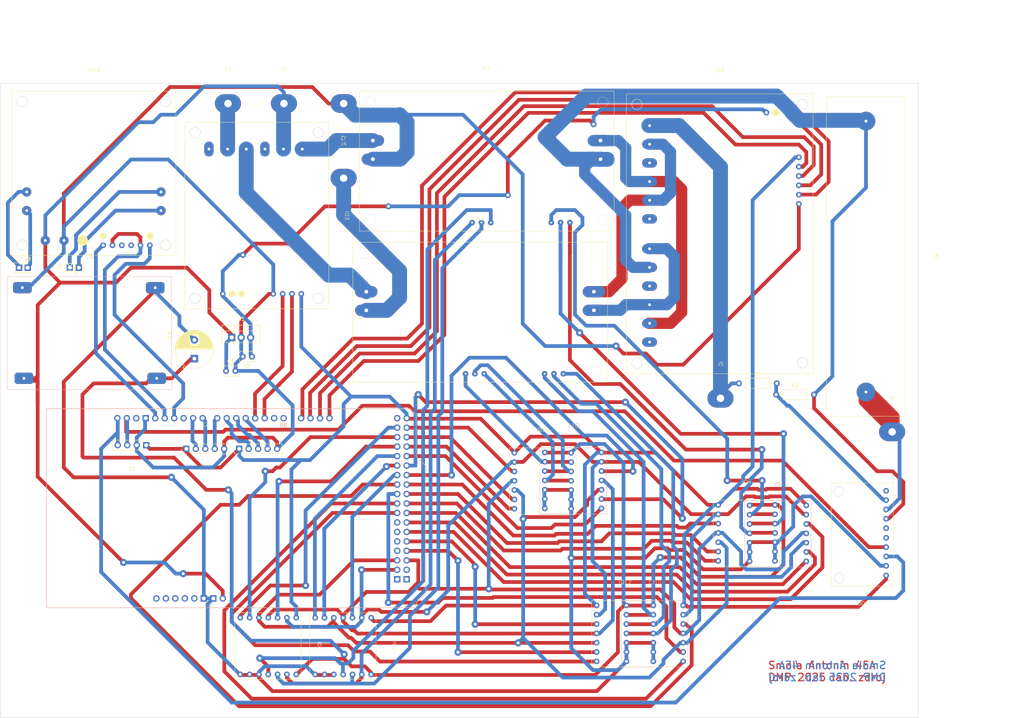
<source format=kicad_pcb>
(kicad_pcb (version 20221018) (generator pcbnew)
  (layers (0 "F.Cu" signal) (31 "B.Cu" signal) (34 "B.Paste" user) (35 "F.Paste" user) (36 "B.SilkS" user "B.Silkscreen") (37 "F.SilkS" user "F.Silkscreen") (38 "B.Mask" user) (39 "F.Mask" user) (44 "Edge.Cuts" user))
  (net 0 "")
  (net 3 "arduino 5v")
  (net 4 "MISO_SDO")
  (net 5 "MOSI_SDI")
  (net 6 "arduino sck")
  (net 8 "12V+")
  (net 11 "enkoder U S1")
  (net 12 "enkoder U S2")
  (net 13 "enkoder U KEY")
  (net 14 "enkoder I S1")
  (net 18 "Arduino_rele_2x_1")
  (net 19 "Arduino_rele_2x_2")
  (net 20 "Arduino_rele_4x_1")
  (net 21 "Arduino_rele_4x_2")
  (net 22 "Arduino_rele_4x_3")
  (net 23 "Arduino_rele_4x_4")
  (net 24 "Arduino_EnA")
  (net 25 "arduino_CS_3")
  (net 26 "arduino_WLAT_3")
  (net 27 "arduino_SHDN_3")
  (net 28 "arduino_SHDN_2")
  (net 29 "arduino_WLAT_2")
  (net 30 "arduino_CS_2")
  (net 31 "arduino_SHDN_1")
  (net 32 "arduino_WLAT_1")
  (net 33 "arduino_CS_1")
  (net 34 "enkoder I S2")
  (net 35 "enkoder I KEY")
  (net 36 "arduino_CS_4")
  (net 37 "arduino_WLAT_4")
  (net 38 "arduino_SHDN_4")
  (net 39 "arduino_CS_5")
  (net 40 "arduino_WLAT_5")
  (net 41 "arduino_SHDN_5")
  (net 42 "arduino_CS_6")
  (net 43 "arduino_WLAT_6")
  (net 44 "arduino_SHDN_6")
  (net 45 "arduino_CS_7")
  (net 46 "arduino_WLAT_7")
  (net 47 "arduino_SHDN_7")
  (net 48 "arduino_CS_8")
  (net 49 "arduino_WLAT_8")
  (net 50 "arduino_SHDN_8")
  (net 55 "arduino GND3")
  (net 60 "Arduino_SCL")
  (net 61 "Arduino_SDA")
  (net 62 "Net-(J3-Pin_1)")
  (net 63 "+30V digipot")
  (net 64 "GNDD")
  (net 65 "JD-VCC")
  (net 66 "Net-(M2-IN_DC_0-30V)")
  (net 67 "Net-(M1-IN_DC_0-30V)")
  (net 68 "Net-(M1-OUT_DC_0-30V)")
  (net 69 "Net-(M2-OUT_GNDD)")
  (net 70 "Net-(M2-OUT_DC_0-30V)")
  (net 71 "Net-(IO1-P0B)")
  (net 72 "Net-(IO1-P0W)")
  (net 73 "Net-(IO1-P0A)")
  (net 76 "Net-(IO4-P0B)")
  (net 77 "Net-(IO4-P0W)")
  (net 78 "Net-(IO4-P0A)")
  (net 81 "Net-(IO9-A0)")
  (net 84 "Net-(J5-Pin_1)")
  (net 87 "Net-(IO9-A1)")
  (net 88 "Net-(IO9-A2)")
  (net 90 "CC3")
  (net 91 "CC2")
  (net 92 "CC1")
  (net 93 "CV3")
  (net 94 "CV2")
  (net 95 "CV1")
  (net 96 "Net-(IO14-OUT1)")
  (net 97 "Net-(IO14-OUT2)")
  (net 99 "Arduino_IN2_IN4")
  (net 100 "Arduino_EnB")
  (net 101 "Net-(IO14-OUT3)")
  (net 102 "Net-(IO14-OUT4)")
  (net 104 "Net-(J4-Pin_1)")
  (footprint "SMOLA_DMP:MCP41HV51" (layer "F.Cu") (at 103 173.4 -90)
    (fp_text reference "IO1")
    (fp_text value "MCP41HV51-502E")
  )
  (footprint "SMOLA_DMP:CC_&_CV_modul" (layer "F.Cu") (at 146.475 59.425)
    (fp_text reference "M2")
    (fp_text value "~")
    (fp_circle (center -31 8.75) (end -31 7.325) (stroke (width 0.05)) (fill none) (layer "Edge.Cuts"))
    (fp_circle (center -31 40.25) (end -32.425 40.25) (stroke (width 0.05)) (fill none) (layer "Edge.Cuts"))
    (fp_circle (center 31.25 40.25) (end 31.25 41.675) (stroke (width 0.05)) (fill none) (layer "Edge.Cuts"))
  )
  (footprint "SMOLA_DMP:arduino_mega" (layer "F.Cu") (at 80.01 101.2318)
    (fp_text reference "A1" hide)
    (fp_text value "Arduino_Mega2560_R3_Shield" hide)
  )
  (footprint "SMOLA_DMP:conn" (layer "F.Cu") (at 257 107.3)
    (fp_text reference "J6")
    (fp_text value "out-")
  )
  (footprint "SMOLA_DMP:conn" (layer "F.Cu") (at 110 36.7 180)
    (fp_text reference "J2")
    (fp_text value "GND")
  )
  (footprint "Capacitor_THT:CP_Radial_D10.0mm_P5.00mm" (layer "F.Cu") (at 70 96.367677 90)
    (fp_text reference "C3")
    (fp_text value "680uF/50V")
  )
  (footprint "SMOLA_DMP:MCP41HV51" (layer "F.Cu") (at 123.071585 173.41771 -90)
    (fp_text reference "IO2")
    (fp_text value "MCP41HV51-502E")
  )
  (footprint "SMOLA_DMP:conn" (layer "F.Cu") (at 211 98.3)
    (fp_text reference "J5")
    (fp_text value "out+ regulated")
  )
  (footprint "SMOLA_DMP:enkoder" (layer "F.Cu") (at 72.91 114.52)
    (fp_text reference "E2")
    (fp_text value "enkoder I")
  )
  (footprint "SMOLA_DMP:MCP41HV51" (layer "F.Cu") (at 217.999268 129.884868)
    (fp_text reference "IO4")
    (fp_text value "MCP41HV51-104E")
  )
  (footprint "SMOLA_DMP:conn" (layer "F.Cu") (at 94 19.3)
    (fp_text reference "J1")
    (fp_text value "+12v")
  )
  (footprint "SMOLA_DMP:conn" (layer "F.Cu") (at 79 19.3)
    (fp_text reference "J3")
    (fp_text value "+12v 2")
  )
  (footprint "SMOLA_DMP:conn" (layer "F.Cu") (at 110 39.3)
    (fp_text reference "J4")
    (fp_text value "GND2")
  )
  (footprint "SMOLA_DMP:power_rezistor_100w_0.2R" (layer "F.Cu") (at 268.4 69.1 -90)
    (fp_text reference "R3")
    (fp_text value "0.2R")
  )
  (footprint "SMOLA_DMP:rele_2x" (layer "F.Cu") (at 110.4 58 -90)
    (fp_text reference "IO3")
    (fp_text value "rele_2x")
    (fp_circle (center -22.2 7.2) (end -20.8 7.2) (stroke (width 0.1)) (fill none) (layer "Edge.Cuts"))
    (fp_circle (center -22.2 40.2) (end -20.8 40.2) (stroke (width 0.1)) (fill none) (layer "Edge.Cuts"))
    (fp_circle (center 22.2 7.2) (end 23.6 7.2) (stroke (width 0.1)) (fill none) (layer "Edge.Cuts"))
    (fp_circle (center 22.2 40.2) (end 23.6 40.2) (stroke (width 0.1)) (fill none) (layer "Edge.Cuts"))
  )
  (footprint "SMOLA_DMP:CC_&_CV_modul" (layer "F.Cu") (at 148.2402 18.9138)
    (fp_text reference "M1")
    (fp_text value "~")
    (fp_circle (center -31 8.75) (end -31 7.325) (stroke (width 0.05)) (fill none) (layer "Edge.Cuts"))
    (fp_circle (center -31 40.25) (end -32.425 40.25) (stroke (width 0.05)) (fill none) (layer "Edge.Cuts"))
    (fp_circle (center 31.25 40.25) (end 31.25 41.675) (stroke (width 0.05)) (fill none) (layer "Edge.Cuts"))
  )
  (footprint "SMOLA_DMP:H_mustek" (layer "F.Cu") (at 43.047984 19.592982)
    (fp_text reference "IO14")
    (fp_text value "H_mustek")
    (fp_circle (center -19.2 7.9) (end -17.8 7.9) (stroke (width 0.1)) (fill none) (layer "Edge.Cuts"))
    (fp_circle (center -19.2 46.3) (end -19.2 44.9) (stroke (width 0.1)) (fill none) (layer "Edge.Cuts"))
    (fp_circle (center 19.2 7.9) (end 19.2 9.3) (stroke (width 0.1)) (fill none) (layer "Edge.Cuts"))
    (fp_circle (center 19.2 46.3) (end 17.8 46.3) (stroke (width 0.1)) (fill none) (layer "Edge.Cuts"))
  )
  (footprint "Package_TO_SOT_THT:TO-220-3_Vertical" (layer "F.Cu") (at 80 90.7025)
    (fp_text reference "U1")
    (fp_text value "L78S05CV")
  )
  (footprint "Connector_PinHeader_2.54mm:PinHeader_1x01_P2.54mm_Vertical" (layer "F.Cu") (at 36.6 71.95 90)
    (fp_text reference "J9")
    (fp_text value "FAN2+")
  )
  (footprint "Connector_PinHeader_2.54mm:PinHeader_1x01_P2.54mm_Vertical" (layer "F.Cu") (at 39.049315 71.979358 90)
    (fp_text reference "J10")
    (fp_text value "FAN2-")
  )
  (footprint "SMOLA_DMP:enkoder" (layer "F.Cu") (at 87.07 114.52)
    (fp_text reference "E1" hide)
    (fp_text value "enkoder U")
  )
  (footprint "SMOLA_DMP:MCP41HV51" (layer "F.Cu") (at 185.4 156.8)
    (fp_text reference "IO12")
    (fp_text value "MCP41HV51-104E")
  )
  (footprint "SMOLA_DMP:MCP41HV51" (layer "F.Cu") (at 163.369737 115.904184)
    (fp_text reference "IO10")
    (fp_text value "MCP41HV51-502E")
  )
  (footprint "Connector_PinHeader_2.54mm:PinHeader_1x01_P2.54mm_Vertical" (layer "F.Cu") (at 25.318736 72)
    (fp_text reference "J8")
    (fp_text value "FAN1-")
  )
  (footprint "SMOLA_DMP:rele_4x" (layer "F.Cu") (at 210.8 19.720661)
    (fp_text reference "IO8")
    (fp_text value "rele_4x")
    (fp_circle (center -22.2 77.9) (end -20.8 77.9) (stroke (width 0.1)) (fill none) (layer "Edge.Cuts"))
    (fp_circle (center 22.2 8.5) (end 23.6 8.5) (stroke (width 0.1)) (fill none) (layer "Edge.Cuts"))
    (fp_circle (center 22.2 77.8) (end 23.6 77.8) (stroke (width 0.1)) (fill none) (layer "Edge.Cuts"))
  )
  (footprint "Resistor_THT:R_Axial_DIN0207_L6.3mm_D2.5mm_P10.16mm_Horizontal" (layer "F.Cu") (at 215.92 103)
    (fp_text reference "R1")
    (fp_text value "220k")
  )
  (footprint "SMOLA_DMP:ADS1115" (layer "F.Cu") (at 249 161.392804 180)
    (fp_text reference "IO9")
    (fp_text value "ADS1115_I2C")
    (fp_circle (center 6.2 6.2) (end 7.5 6.2) (stroke (width 0.1)) (fill none) (layer "Edge.Cuts"))
    (fp_circle (center 6.2 29.4) (end 7.5 29.4) (stroke (width 0.1)) (fill none) (layer "Edge.Cuts"))
  )
  (footprint "Connector_PinHeader_2.54mm:PinHeader_1x01_P2.54mm_Vertical" (layer "F.Cu") (at 23 72)
    (fp_text reference "J7")
    (fp_text value "FAN1+")
  )
  (footprint "Capacitor_THT:C_Disc_D3.8mm_W2.6mm_P2.50mm" (layer "F.Cu") (at 78.489243 99.659876)
    (fp_text reference "C1")
    (fp_text value "0,1 µF")
  )
  (footprint "SMOLA_DMP:display" (layer "F.Cu") (at 53.27 125.38 180)
    (fp_text reference "D1")
    (fp_text value "display")
  )
  (footprint "Resistor_THT:R_Axial_DIN0207_L6.3mm_D2.5mm_P10.16mm_Horizontal" (layer "F.Cu") (at 225.92 106)
    (fp_text reference "R2")
    (fp_text value "17k8")
  )
  (footprint "Capacitor_THT:C_Disc_D3.8mm_W2.6mm_P2.50mm" (layer "F.Cu") (at 85.450419 95.814035 180)
    (fp_text reference "C2")
    (fp_text value "0,01 µF")
  )
  (footprint "SMOLA_DMP:MCP41HV51" (layer "B.Cu") (at 226.4 130 180)
    (fp_text reference "IO5")
    (fp_text value "MCP41HV51-104E")
  )
  (footprint "SMOLA_DMP:step_up_module" (layer "B.Cu") (at 42 69.45 180)
    (fp_text reference "IO7")
    (fp_text value "step_up")
  )
  (footprint "SMOLA_DMP:MCP41HV51" (layer "B.Cu") (at 193.4 156.8 180)
    (fp_text reference "IO13")
    (fp_text value "MCP41HV51-104E")
  )
  (footprint "SMOLA_DMP:MCP41HV51" (layer "B.Cu") (at 171.505534 115.8 180)
    (fp_text reference "IO11")
    (fp_text value "MCP41HV51-502E")
  )
  (gr_rect (start 18 22.55) (end 264 192.55) (stroke (width 0.1)) (fill none) (layer "Edge.Cuts"))
  (gr_text "Smola Antonín 4EA\nDMP 2025 lab. zdroj\n" (at 223.6 182.95) (layer "F.Cu") (effects (font (size 2 2) (thickness 0.3) bold) (justify left bottom)))
  (gr_text "Smola Antonín 4EA\nDMP 2025 lab. zdroj\n" (at 255.6 182.95) (layer "B.Cu") (effects (font (size 2 2) (thickness 0.3) bold) (justify left bottom mirror)))
  (segment (start 214.699 131.251) (end 220.893 131.251) (width 1) (layer "F.Cu") (net 3))
  (segment (start 155.8 121.55) (end 160.073 117.277) (width 1) (layer "F.Cu") (net 3))
  (segment (start 118.077 166.727) (end 133.288 166.727) (width 1) (layer "F.Cu") (net 3))
  (segment (start 201 162.55) (end 201.874 162.55) (width 1) (layer "F.Cu") (net 3))
  (segment (start 160.073 117.277) (end 174.727 117.277) (width 1) (layer "F.Cu") (net 3))
  (segment (start 117.3 165.95) (end 118.077 166.727) (width 1) (layer "F.Cu") (net 3))
  (segment (start 67.84 120.55) (end 58.08 120.55) (width 1) (layer "F.Cu") (net 3))
  (segment (start 193.567 121.55) (end 207.567 135.55) (width 1) (layer "F.Cu") (net 3))
  (segment (start 126.89 112.329) (end 127.039 112.478) (width 1) (layer "F.Cu") (net 3))
  (segment (start 127.039 112.478) (end 146.728 112.478) (width 1) (layer "F.Cu") (net 3))
  (segment (start 146.728 112.478) (end 155.8 121.55) (width 1) (layer "F.Cu") (net 3))
  (segment (start 220.893 131.251) (end 221.139 131.497) (width 1) (layer "F.Cu") (net 3))
  (segment (start 174.727 117.277) (end 179 121.55) (width 1) (layer "F.Cu") (net 3))
  (segment (start 179 121.55) (end 193.567 121.55) (width 1) (layer "F.Cu") (net 3))
  (segment (start 201.874 162.55) (end 202.21 162.885) (width 1) (layer "F.Cu") (net 3))
  (segment (start 229.701 131.251) (end 234 135.55) (width 1) (layer "F.Cu") (net 3))
  (segment (start 137.466 162.55) (end 177.8 162.55) (width 1) (layer "F.Cu") (net 3))
  (segment (start 202.21 162.885) (end 247.9826 162.885) (width 1) (layer "F.Cu") (net 3))
  (segment (start 221.139 131.497) (end 223.17 131.497) (width 1) (layer "F.Cu") (net 3))
  (segment (start 82 120.55) (end 77 125.55) (width 1) (layer "F.Cu") (net 3))
  (segment (start 255.4 155.4676) (end 255.4 154.4) (width 1) (layer "F.Cu") (net 3))
  (segment (start 72 125.55) (end 67.84 121.39) (width 1) (layer "F.Cu") (net 3))
  (segment (start 67.84 121.39) (end 67.84 120.55) (width 1) (layer "F.Cu") (net 3))
  (segment (start 223.17 131.497) (end 223.416 131.251) (width 1) (layer "F.Cu") (net 3))
  (segment (start 223.416 131.251) (end 229.701 131.251) (width 1) (layer "F.Cu") (net 3))
  (segment (start 133.288 166.727) (end 137.466 162.55) (width 1) (layer "F.Cu") (net 3))
  (segment (start 247.9826 162.885) (end 255.4 155.4676) (width 1) (layer "F.Cu") (net 3))
  (segment (start 58.08 120.55) (end 57.08 119.55) (width 1) (layer "F.Cu") (net 3))
  (segment (start 77 125.55) (end 72 125.55) (width 1) (layer "F.Cu") (net 3))
  (segment (start 210.4 135.55) (end 214.699 131.251) (width 1) (layer "F.Cu") (net 3))
  (segment (start 207.567 135.55) (end 210.4 135.55) (width 1) (layer "F.Cu") (net 3))
  (segment (start 126.89 112.329) (end 126.89 111.108) (width 1) (layer "B.Cu") (net 3))
  (segment (start 98.531 123.55) (end 101 123.55) (width 1) (layer "B.Cu") (net 3))
  (segment (start 83.15 123.55) (end 98.531 123.55) (width 1) (layer "B.Cu") (net 3))
  (segment (start 98.531 123.55) (end 96 126.081) (width 1) (layer "B.Cu") (net 3))
  (segment (start 126.89 111.108) (end 122.332 106.55) (width 1) (layer "B.Cu") (net 3))
  (segment (start 217.059 128.891) (end 210.4 135.55) (width 1) (layer "B.Cu") (net 3))
  (segment (start 177.8 162.55) (end 174.656 159.406) (width 1) (layer "B.Cu") (net 3))
  (segment (start 174.656 159.406) (end 174.656 124.806) (width 1) (layer "B.Cu") (net 3))
  (segment (start 174.656 124.806) (end 177.912 121.55) (width 1) (layer "B.Cu") (net 3))
  (segment (start 231.071 42.4) (end 219.624 53.8467) (width 1) (layer "B.Cu") (net 3))
  (segment (start 98.65 93.2) (end 98.65 79) (width 1) (layer "B.Cu") (net 3))
  (segment (start 201 162.55) (end 201.297 162.253) (width 1) (layer "B.Cu") (net 3))
  (segment (start 97.3 162.85) (end 97.3 165.95) (width 1) (layer "B.Cu") (net 3))
  (segment (start 122.332 106.55) (end 112 106.55) (width 1) (layer "B.Cu") (net 3))
  (segment (start 231.8 42.4) (end 231.071 42.4) (width 1) (layer "B.Cu") (net 3))
  (segment (start 112 106.55) (end 98.65 93.2) (width 1) (layer "B.Cu") (net 3))
  (segment (start 96 126.081) (end 96 161.55) (width 1) (layer "B.Cu") (net 3))
  (segment (start 177.912 121.55) (end 179 121.55) (width 1) (layer "B.Cu") (net 3))
  (segment (start 82 120.55) (end 82 122.4) (width 1) (layer "B.Cu") (net 3))
  (segment (start 219.624 53.8467) (end 219.624 125.277) (width 1) (layer "B.Cu") (net 3))
  (segment (start 82 122.4) (end 83.15 123.55) (width 1) (layer "B.Cu") (net 3))
  (segment (start 201.297 143.554) (end 209.301 135.55) (width 1) (layer "B.Cu") (net 3))
  (segment (start 96 161.55) (end 97.3 162.85) (width 1) (layer "B.Cu") (net 3))
  (segment (start 101 123.55) (end 110 114.55) (width 1) (layer "B.Cu") (net 3))
  (segment (start 110 114.55) (end 110 108.55) (width 1) (layer "B.Cu") (net 3))
  (segment (start 201.297 162.253) (end 201.297 143.554) (width 1) (layer "B.Cu") (net 3))
  (segment (start 209.301 135.55) (end 210.4 135.55) (width 1) (layer "B.Cu") (net 3))
  (segment (start 217.059 127.843) (end 217.059 128.891) (width 1) (layer "B.Cu") (net 3))
  (segment (start 110 108.55) (end 112 106.55) (width 1) (layer "B.Cu") (net 3))
  (segment (start 219.624 125.277) (end 217.059 127.843) (width 1) (layer "B.Cu") (net 3))
  (segment (start 175.28 134.508) (end 175.28 135.546) (width 1) (layer "F.Cu") (net 4))
  (segment (start 111.997 171.176) (end 111.424 171.176) (width 1) (layer "F.Cu") (net 4))
  (segment (start 107.102 166.855) (end 105.718 168.239) (width 1) (layer "F.Cu") (net 4))
  (segment (start 179 131.55) (end 178.238 131.55) (width 1) (layer "F.Cu") (net 4))
  (segment (start 112.781 150.429) (end 103.576 159.634) (width 1) (layer "F.Cu") (net 4))
  (segment (start 103.576 159.634) (end 92.511 159.634) (width 1) (layer "F.Cu") (net 4))
  (segment (start 175.28 135.546) (end 171.998 138.827) (width 1) (layer "F.Cu") (net 4))
  (segment (start 177.8 172.55) (end 156.772 172.55) (width 1) (layer "F.Cu") (net 4))
  (segment (start 158.611 138.827) (end 158.111 139.327) (width 1) (layer "F.Cu") (net 4))
  (segment (start 156.772 172.55) (end 156.771 172.548) (width 1) (layer "F.Cu") (net 4))
  (segment (start 111.424 171.176) (end 107.102 166.855) (width 1) (layer "F.Cu") (net 4))
  (segment (start 87.3 166.659) (end 87.3 165.95) (width 1) (layer "F.Cu") (net 4))
  (segment (start 92.511 159.634) (end 87.3 164.845) (width 1) (layer "F.Cu") (net 4))
  (segment (start 113.368 172.547) (end 111.997 171.176) (width 1) (layer "F.Cu") (net 4))
  (segment (start 156.771 172.548) (end 113.646 172.548) (width 1) (layer "F.Cu") (net 4))
  (segment (start 107.3 165.95) (end 107.3 166.657) (width 1) (layer "F.Cu") (net 4))
  (segment (start 107.3 166.657) (end 107.102 166.855) (width 1) (layer "F.Cu") (net 4))
  (segment (start 178.238 131.55) (end 175.28 134.508) (width 1) (layer "F.Cu") (net 4))
  (segment (start 105.718 168.239) (end 88.88 168.239) (width 1) (layer "F.Cu") (net 4))
  (segment (start 124.35 150.429) (end 112.781 150.429) (width 1) (layer "F.Cu") (net 4))
  (segment (start 87.3 164.845) (end 87.3 165.95) (width 1) (layer "F.Cu") (net 4))
  (segment (start 113.646 172.548) (end 113.644 172.547) (width 1) (layer "F.Cu") (net 4))
  (segment (start 113.644 172.547) (end 113.368 172.547) (width 1) (layer "F.Cu") (net 4))
  (segment (start 88.88 168.239) (end 87.3 166.659) (width 1) (layer "F.Cu") (net 4))
  (segment (start 171.998 138.827) (end 158.611 138.827) (width 1) (layer "F.Cu") (net 4))
  (via (at 156.771 172.548) (size 1.9) (drill 0.8) (layers "F.Cu" "B.Cu") (net 4))
  (via (at 158.111 139.327) (size 1.9) (drill 0.8) (layers "F.Cu" "B.Cu") (net 4))
  (segment (start 155.8 131.55) (end 156.507 131.55) (width 1) (layer "B.Cu") (net 4))
  (segment (start 195.738 178.037) (end 191.928 181.848) (width 1) (layer "B.Cu") (net 4))
  (segment (start 227.342 154.876) (end 229.941 152.278) (width 1) (layer "B.Cu") (net 4))
  (segment (start 233.286 145.55) (end 234 145.55) (width 1) (layer "B.Cu") (net 4))
  (segment (start 158.111 139.327) (end 158.111 171.208) (width 1) (layer "B.Cu") (net 4))
  (segment (start 156.507 131.55) (end 158.111 133.154) (width 1) (layer "B.Cu") (net 4))
  (segment (start 212.664 154.876) (end 212.664 147.112) (width 1) (layer "B.Cu") (net 4))
  (segment (start 212.664 154.876) (end 227.342 154.876) (width 1) (layer "B.Cu") (net 4))
  (segment (start 201 172.55) (end 200.241 172.55) (width 1) (layer "B.Cu") (net 4))
  (segment (start 229.941 148.896) (end 233.286 145.55) (width 1) (layer "B.Cu") (net 4))
  (segment (start 158.111 133.154) (end 158.111 139.327) (width 1) (layer "B.Cu") (net 4))
  (segment (start 202.053 172.55) (end 201 172.55) (width 1) (layer "B.Cu") (net 4))
  (segment (start 212.664 161.939) (end 202.053 172.55) (width 1) (layer "B.Cu") (net 4))
  (segment (start 212.664 147.112) (end 211.102 145.55) (width 1) (layer "B.Cu") (net 4))
  (segment (start 158.111 171.208) (end 156.771 172.548) (width 1) (layer "B.Cu") (net 4))
  (segment (start 211.102 145.55) (end 210.4 145.55) (width 1) (layer "B.Cu") (net 4))
  (segment (start 229.941 152.278) (end 229.941 148.896) (width 1) (layer "B.Cu") (net 4))
  (segment (start 168.751 181.848) (end 158.111 171.208) (width 1) (layer "B.Cu") (net 4))
  (segment (start 191.928 181.848) (end 168.751 181.848) (width 1) (layer "B.Cu") (net 4))
  (segment (start 200.241 172.55) (end 195.738 177.052) (width 1) (layer "B.Cu") (net 4))
  (segment (start 195.738 177.052) (end 195.738 178.037) (width 1) (layer "B.Cu") (net 4))
  (segment (start 212.664 154.876) (end 212.664 161.939) (width 1) (layer "B.Cu") (net 4))
  (segment (start 130 156.282) (end 129.256 157.026) (width 1) (layer "F.Cu") (net 5))
  (segment (start 112.826 169.174) (end 112.256 169.174) (width 1) (layer "F.Cu") (net 5))
  (segment (start 91.428 163.6) (end 108.224 163.6) (width 1) (layer "F.Cu") (net 5))
  (segment (start 112.256 169.174) (end 109.8 166.719) (width 1) (layer "F.Cu") (net 5))
  (segment (start 113.702 170.05) (end 112.826 169.174) (width 1) (layer "F.Cu") (net 5))
  (segment (start 194.854 158.244) (end 198.622 162.013) (width 1) (layer "F.Cu") (net 5))
  (segment (start 198.622 168.38) (end 200.293 170.05) (width 1) (layer "F.Cu") (net 5))
  (segment (start 198.622 162.013) (end 198.622 168.38) (width 1) (layer "F.Cu") (net 5))
  (segment (start 127.379 158.902) (end 116.074 158.902) (width 1) (layer "F.Cu") (net 5))
  (segment (start 89.8 165.227) (end 91.428 163.6) (width 1) (layer "F.Cu") (net 5))
  (segment (start 108.224 163.6) (end 109.8 165.176) (width 1) (layer "F.Cu") (net 5))
  (segment (start 177.8 170.05) (end 113.702 170.05) (width 1) (layer "F.Cu") (net 5))
  (segment (start 129.256 157.026) (end 127.379 158.902) (width 1) (layer "F.Cu") (net 5))
  (segment (start 109.8 166.719) (end 109.8 165.95) (width 1) (layer "F.Cu") (net 5))
  (segment (start 130.281 158.051) (end 148.887 158.051) (width 1) (layer "F.Cu") (net 5))
  (segment (start 130 150.429) (end 130 156.282) (width 1) (layer "F.Cu") (net 5))
  (segment (start 129.256 157.026) (end 130.281 158.051) (width 1) (layer "F.Cu") (net 5))
  (segment (start 126.89 150.429) (end 130 150.429) (width 1) (layer "F.Cu") (net 5))
  (segment (start 149.08 158.244) (end 194.854 158.244) (width 1) (layer "F.Cu") (net 5))
  (segment (start 116.074 158.902) (end 109.8 165.176) (width 1) (layer "F.Cu") (net 5))
  (segment (start 148.887 158.051) (end 149.08 158.244) (width 1) (layer "F.Cu") (net 5))
  (segment (start 89.8 165.95) (end 89.8 165.227) (width 1) (layer "F.Cu") (net 5))
  (segment (start 109.8 165.176) (end 109.8 165.95) (width 1) (layer "F.Cu") (net 5))
  (segment (start 200.293 170.05) (end 201 170.05) (width 1) (layer "F.Cu") (net 5))
  (via (at 148.887 158.051) (size 1.9) (drill 0.8) (layers "F.Cu" "B.Cu") (net 5))
  (segment (start 216.536 151.512) (end 216.536 148.073) (width 1) (layer "B.Cu") (net 5))
  (segment (start 182.144 131.417) (end 182.144 166.478) (width 1) (layer "B.Cu") (net 5))
  (segment (start 217.898 152.874) (end 216.536 151.512) (width 1) (layer "B.Cu") (net 5))
  (segment (start 216.536 148.073) (end 211.513 143.05) (width 1) (layer "B.Cu") (net 5))
  (segment (start 205.301 147.417) (end 209.668 143.05) (width 1) (layer "B.Cu") (net 5))
  (segment (start 148.887 135.259) (end 155.096 129.05) (width 1) (layer "B.Cu") (net 5))
  (segment (start 211.513 143.05) (end 210.4 143.05) (width 1) (layer "B.Cu") (net 5))
  (segment (start 178.572 170.05) (end 177.8 170.05) (width 1) (layer "B.Cu") (net 5))
  (segment (start 179.777 129.05) (end 182.144 131.417) (width 1) (layer "B.Cu") (net 5))
  (segment (start 148.887 158.051) (end 148.887 135.259) (width 1) (layer "B.Cu") (net 5))
  (segment (start 209.668 143.05) (end 210.4 143.05) (width 1) (layer "B.Cu") (net 5))
  (segment (start 155.096 129.05) (end 155.8 129.05) (width 1) (layer "B.Cu") (net 5))
  (segment (start 232.955 143.05) (end 227.864 148.141) (width 1) (layer "B.Cu") (net 5))
  (segment (start 179 129.05) (end 179.777 129.05) (width 1) (layer "B.Cu") (net 5))
  (segment (start 182.144 166.478) (end 178.572 170.05) (width 1) (layer "B.Cu") (net 5))
  (segment (start 226.513 152.874) (end 217.898 152.874) (width 1) (layer "B.Cu") (net 5))
  (segment (start 227.864 151.523) (end 226.513 152.874) (width 1) (layer "B.Cu") (net 5))
  (segment (start 201 170.05) (end 201.702 170.05) (width 1) (layer "B.Cu") (net 5))
  (segment (start 234 143.05) (end 232.955 143.05) (width 1) (layer "B.Cu") (net 5))
  (segment (start 205.301 166.451) (end 205.301 147.417) (width 1) (layer "B.Cu") (net 5))
  (segment (start 227.864 148.141) (end 227.864 151.523) (width 1) (layer "B.Cu") (net 5))
  (segment (start 201.702 170.05) (end 205.301 166.451) (width 1) (layer "B.Cu") (net 5))
  (segment (start 233.27 138.05) (end 234 138.05) (width 1) (layer "F.Cu") (net 6))
  (segment (start 176.785 124.05) (end 179 124.05) (width 1) (layer "F.Cu") (net 6))
  (segment (start 172.014 119.279) (end 176.785 124.05) (width 1) (layer "F.Cu") (net 6))
  (segment (start 155.8 124.05) (end 158.092 124.05) (width 1) (layer "F.Cu") (net 6))
  (segment (start 132.271 164.25) (end 120.097 164.25) (width 1) (layer "F.Cu") (net 6))
  (segment (start 119.474 163.628) (end 116.386 163.628) (width 1) (layer "F.Cu") (net 6))
  (segment (start 228.501 133.281) (end 233.27 138.05) (width 1) (layer "F.Cu") (net 6))
  (segment (start 217.823 133.281) (end 220.092 133.281) (width 1) (layer "F.Cu") (net 6))
  (segment (start 114.8 165.214) (end 114.8 165.95) (width 1) (layer "F.Cu") (net 6))
  (segment (start 189.118 124.05) (end 179 124.05) (width 1) (layer "F.Cu") (net 6))
  (segment (start 220.092 133.281) (end 220.31 133.499) (width 1) (layer "F.Cu") (net 6))
  (segment (start 210.4 138.05) (end 213.053 138.05) (width 1) (layer "F.Cu") (net 6))
  (segment (start 124.35 152.969) (end 114.8 152.969) (width 1) (layer "F.Cu") (net 6))
  (segment (start 220.31 133.499) (end 224 133.499) (width 1) (layer "F.Cu") (net 6))
  (segment (start 210.4 138.05) (end 203.118 138.05) (width 1) (layer "F.Cu") (net 6))
  (segment (start 203.118 138.05) (end 189.118 124.05) (width 1) (layer "F.Cu") (net 6))
  (segment (start 224.218 133.281) (end 228.501 133.281) (width 1) (layer "F.Cu") (net 6))
  (segment (start 162.863 119.279) (end 172.014 119.279) (width 1) (layer "F.Cu") (net 6))
  (segment (start 116.386 163.628) (end 114.8 165.214) (width 1) (layer "F.Cu") (net 6))
  (segment (start 213.053 138.05) (end 217.823 133.281) (width 1) (layer "F.Cu") (net 6))
  (segment (start 224 133.499) (end 224.218 133.281) (width 1) (layer "F.Cu") (net 6))
  (segment (start 120.097 164.25) (end 119.474 163.628) (width 1) (layer "F.Cu") (net 6))
  (segment (start 158.092 124.05) (end 162.863 119.279) (width 1) (layer "F.Cu") (net 6))
  (via (at 132.271 164.25) (size 1.9) (drill 0.8) (layers "F.Cu" "B.Cu") (net 6))
  (via (at 114.8 152.969) (size 1.9) (drill 0.8) (layers "F.Cu" "B.Cu") (net 6))
  (segment (start 203.299 144.439) (end 209.688 138.05) (width 1) (layer "B.Cu") (net 6))
  (segment (start 178.578 165.05) (end 180.095 163.533) (width 1) (layer "B.Cu") (net 6))
  (segment (start 203.299 163.458) (end 203.299 144.439) (width 1) (layer "B.Cu") (net 6))
  (segment (start 114.8 165.95) (end 114.8 152.969) (width 1) (layer "B.Cu") (net 6))
  (segment (start 176.698 150.656) (end 176.698 125.645) (width 1) (layer "B.Cu") (net 6))
  (segment (start 201.708 165.05) (end 203.299 163.458) (width 1) (layer "B.Cu") (net 6))
  (segment (start 113.263 168.259) (end 114.8 166.722) (width 1) (layer "B.Cu") (net 6))
  (segment (start 176.698 125.645) (end 178.293 124.05) (width 1) (layer "B.Cu") (net 6))
  (segment (start 180.095 154.052) (end 176.698 150.656) (width 1) (layer "B.Cu") (net 6))
  (segment (start 94.8 166.694) (end 96.365 168.259) (width 1) (layer "B.Cu") (net 6))
  (segment (start 177.8 165.05) (end 178.578 165.05) (width 1) (layer "B.Cu") (net 6))
  (segment (start 114.8 166.722) (end 114.8 165.95) (width 1) (layer "B.Cu") (net 6))
  (segment (start 94.8 165.95) (end 94.8 166.694) (width 1) (layer "B.Cu") (net 6))
  (segment (start 138.025 158.497) (end 138.025 141.065) (width 1) (layer "B.Cu") (net 6))
  (segment (start 155.039 124.05) (end 155.8 124.05) (width 1) (layer "B.Cu") (net 6))
  (segment (start 138.025 141.065) (end 155.039 124.05) (width 1) (layer "B.Cu") (net 6))
  (segment (start 201 165.05) (end 201.708 165.05) (width 1) (layer "B.Cu") (net 6))
  (segment (start 96.365 168.259) (end 113.263 168.259) (width 1) (layer "B.Cu") (net 6))
  (segment (start 178.293 124.05) (end 179 124.05) (width 1) (layer "B.Cu") (net 6))
  (segment (start 180.095 163.533) (end 180.095 154.052) (width 1) (layer "B.Cu") (net 6))
  (segment (start 132.271 164.25) (end 138.025 158.497) (width 1) (layer "B.Cu") (net 6))
  (segment (start 209.688 138.05) (end 210.4 138.05) (width 1) (layer "B.Cu") (net 6))
  (segment (start 73 154) (end 77.61 158.61) (width 1) (layer "F.Cu") (net 8))
  (segment (start 28 128) (end 28 108) (width 1) (layer "F.Cu") (net 8))
  (segment (start 30.047984 72.047984) (end 30.047984 64.692982) (width 1) (layer "F.Cu") (net 8))
  (segment (start 28 108) (end 28 102.3) (width 1) (layer "F.Cu") (net 8))
  (segment (start 49 76) (end 34 76) (width 1) (layer "F.Cu") (net 8))
  (segment (start 51 151) (end 28 128) (width 1) (layer "F.Cu") (net 8))
  (segment (start 28 102.3) (end 24.3 102.3) (width 1) (layer "F.Cu") (net 8))
  (segment (start 74 84) (end 74 78) (width 1) (layer "F.Cu") (net 8))
  (segment (start 68 72) (end 53 72) (width 1) (layer "F.Cu") (net 8))
  (segment (start 80 90) (end 80 90.7025) (width 1) (layer "F.Cu") (net 8))
  (segment (start 28 108) (end 28 106) (width 1) (layer "F.Cu") (net 8))
  (segment (start 67 154) (end 73 154) (width 1) (layer "F.Cu") (net 8))
  (segment (start 53 72) (end 49 76) (width 1) (layer "F.Cu") (net 8))
  (segment (start 24.3 101.65) (end 27.35 101.65) (width 1) (layer "F.Cu") (net 8))
  (segment (start 77.61 158.61) (end 77.61 160.6318) (width 1) (layer "F.Cu") (net 8))
  (segment (start 74 78) (end 68 72) (width 1) (layer "F.Cu") (net 8))
  (segment (start 34 76) (end 30.047984 72.047984) (width 1) (layer "F.Cu") (net 8))
  (segment (start 28 106) (end 28 101) (width 1) (layer "F.Cu") (net 8))
  (segment (start 28 101) (end 28 82) (width 1) (layer "F.Cu") (net 8))
  (segment (start 28 82) (end 34 76) (width 1) (layer "F.Cu") (net 8))
  (segment (start 27.35 101.65) (end 28 101) (width 1) (layer "F.Cu") (net 8))
  (segment (start 74 84) (end 80 90) (width 1) (layer "F.Cu") (net 8))
  (via (at 51 151) (size 1.9) (drill 0.8) (layers "F.Cu" "B.Cu") (net 8))
  (via (at 67 154) (size 1.9) (drill 0.8) (layers "F.Cu" "B.Cu") (net 8))
  (segment (start 93.9 28.1) (end 94 28) (width 4) (layer "B.Cu") (net 8))
  (segment (start 78.54 99.7575) (end 78.54 92.1625) (width 1) (layer "B.Cu") (net 8))
  (segment (start 78.54 92.1625) (end 80 90.7025) (width 1) (layer "B.Cu") (net 8))
  (segment (start 93.9 40.2) (end 93.9 28.1) (width 4) (layer "B.Cu") (net 8))
  (segment (start 30.047984 57.952016) (end 55 33) (width 1) (layer "B.Cu") (net 8))
  (segment (start 30.047984 64.692982) (end 30.047984 57.952016) (width 1) (layer "B.Cu") (net 8))
  (segment (start 92.37748 23.37748) (end 94 25) (width 1) (layer "B.Cu") (net 8))
  (segment (start 65 31) (end 72.62252 23.37748) (width 1) (layer "B.Cu") (net 8))
  (segment (start 67 154) (end 65 154) (width 1) (layer "B.Cu") (net 8))
  (segment (start 94 25) (end 94 28) (width 1) (layer "B.Cu") (net 8))
  (segment (start 55 33) (end 59 33) (width 1) (layer "B.Cu") (net 8))
  (segment (start 59 33) (end 61 31) (width 1) (layer "B.Cu") (net 8))
  (segment (start 62 151) (end 51 151) (width 1) (layer "B.Cu") (net 8))
  (segment (start 72.62252 23.37748) (end 92.37748 23.37748) (width 1) (layer "B.Cu") (net 8))
  (segment (start 61 31) (end 65 31) (width 1) (layer "B.Cu") (net 8))
  (segment (start 65 154) (end 62 151) (width 1) (layer "B.Cu") (net 8))
  (segment (start 89.62 118.617) (end 83.71 112.707) (width 1) (layer "B.Cu") (net 11))
  (segment (start 89.62 120.55) (end 89.62 118.617) (width 1) (layer "B.Cu") (net 11))
  (segment (start 83.71 112.707) (end 83.71 112.329) (width 1) (layer "B.Cu") (net 11))
  (segment (start 81.7 114.25) (end 81.7 112.859) (width 1) (layer "B.Cu") (net 12))
  (segment (start 84.754 116.8) (end 84.25 116.8) (width 1) (layer "B.Cu") (net 12))
  (segment (start 81.7 112.859) (end 81.17 112.329) (width 1) (layer "B.Cu") (net 12))
  (segment (start 84.25 116.8) (end 81.7 114.25) (width 1) (layer "B.Cu") (net 12))
  (segment (start 87.08 119.126) (end 84.754 116.8) (width 1) (layer "B.Cu") (net 12))
  (segment (start 87.08 120.55) (end 87.08 119.126) (width 1) (layer "B.Cu") (net 12))
  (segment (start 84.54 118.99) (end 84.05 118.5) (width 1) (layer "B.Cu") (net 13))
  (segment (start 84.54 120.55) (end 84.54 118.99) (width 1) (layer "B.Cu") (net 13))
  (segment (start 81.95 118.5) (end 80 116.55) (width 1) (layer "B.Cu") (net 13))
  (segment (start 80 116.55) (end 80 114.45) (width 1) (layer "B.Cu") (net 13))
  (segment (start 78.63 113.08) (end 78.63 112.329) (width 1) (layer "B.Cu") (net 13))
  (segment (start 84.05 118.5) (end 81.95 118.5) (width 1) (layer "B.Cu") (net 13))
  (segment (start 80 114.45) (end 78.63 113.08) (width 1) (layer "B.Cu") (net 13))
  (segment (start 75.46 120.55) (end 75.46 112.959) (width 1) (layer "B.Cu") (net 14))
  (segment (start 75.46 112.959) (end 76.09 112.329) (width 1) (layer "B.Cu") (net 14))
  (segment (start 93.65 98.35) (end 86.25 105.75) (width 1) (layer "F.Cu") (net 18))
  (segment (start 86.25 105.75) (end 86.25 112.329) (width 1) (layer "F.Cu") (net 18))
  (segment (start 93.65 79) (end 93.65 98.35) (width 1) (layer "F.Cu") (net 18))
  (segment (start 88.79 107.21) (end 88.79 112.329) (width 1) (layer "F.Cu") (net 19))
  (segment (start 96.15 79) (end 96.15 99.85) (width 1) (layer "F.Cu") (net 19))
  (segment (start 96.15 99.85) (end 88.79 107.21) (width 1) (layer "F.Cu") (net 19))
  (segment (start 240 38.0948) (end 226.905 25) (width 1) (layer "F.Cu") (net 20))
  (segment (start 240 49) (end 240 38.0948) (width 1) (layer "F.Cu") (net 20))
  (segment (start 131 50) (end 131 87) (width 1) (layer "F.Cu") (net 20))
  (segment (start 98.95 104.6) (end 98.95 111.9718) (width 1) (layer "F.Cu") (net 20))
  (segment (start 98.95 111.9718) (end 98.59 112.3318) (width 1) (layer "F.Cu") (net 20))
  (segment (start 236.6 52.4) (end 240 49) (width 1) (layer "F.Cu") (net 20))
  (segment (start 156 25) (end 131 50) (width 1) (layer "F.Cu") (net 20))
  (segment (start 226.905 25) (end 156 25) (width 1) (layer "F.Cu") (net 20))
  (segment (start 127 91) (end 112.55 91) (width 1) (layer "F.Cu") (net 20))
  (segment (start 112.55 91) (end 98.95 104.6) (width 1) (layer "F.Cu") (net 20))
  (segment (start 231.8 52.4) (end 236.6 52.4) (width 1) (layer "F.Cu") (net 20))
  (segment (start 131 87) (end 127 91) (width 1) (layer "F.Cu") (net 20))
  (segment (start 238 47) (end 238 39) (width 1) (layer "F.Cu") (net 21))
  (segment (start 101 111.839) (end 101.49 112.329) (width 1) (layer "F.Cu") (net 21))
  (segment (start 235.1 49.9) (end 238 47) (width 1) (layer "F.Cu") (net 21))
  (segment (start 101 105.55) (end 101 111.839) (width 1) (layer "F.Cu") (net 21))
  (segment (start 133 51) (end 133 88) (width 1) (layer "F.Cu") (net 21))
  (segment (start 231.8 49.9) (end 235.1 49.9) (width 1) (layer "F.Cu") (net 21))
  (segment (start 226 27) (end 157 27) (width 1) (layer "F.Cu") (net 21))
  (segment (start 238 39) (end 226 27) (width 1) (layer "F.Cu") (net 21))
  (segment (start 133 88) (end 128 93) (width 1) (layer "F.Cu") (net 21))
  (segment (start 113.55 93) (end 101 105.55) (width 1) (layer "F.Cu") (net 21))
  (segment (start 128 93) (end 113.55 93) (width 1) (layer "F.Cu") (net 21))
  (segment (start 157 27) (end 133 51) (width 1) (layer "F.Cu") (net 21))
  (segment (start 114.28 95) (end 103.67 105.61) (width 1) (layer "F.Cu") (net 22))
  (segment (start 135 89) (end 129 95) (width 1) (layer "F.Cu") (net 22))
  (segment (start 236 44.5) (end 236 39.5607) (width 1) (layer "F.Cu") (net 22))
  (segment (start 233.1 47.4) (end 236 44.5) (width 1) (layer "F.Cu") (net 22))
  (segment (start 208.7 28.7) (end 158.3 28.7) (width 1) (layer "F.Cu") (net 22))
  (segment (start 135 52) (end 135 89) (width 1) (layer "F.Cu") (net 22))
  (segment (start 103.67 111.969) (end 104.03 112.329) (width 1) (layer "F.Cu") (net 22))
  (segment (start 236 39.5607) (end 233.439 37) (width 1) (layer "F.Cu") (net 22))
  (segment (start 231.8 47.4) (end 233.1 47.4) (width 1) (layer "F.Cu") (net 22))
  (segment (start 217 37) (end 208.7 28.7) (width 1) (layer "F.Cu") (net 22))
  (segment (start 129 95) (end 114.28 95) (width 1) (layer "F.Cu") (net 22))
  (segment (start 158.3 28.7) (end 135 52) (width 1) (layer "F.Cu") (net 22))
  (segment (start 103.67 105.61) (end 103.67 111.969) (width 1) (layer "F.Cu") (net 22))
  (segment (start 233.439 37) (end 217 37) (width 1) (layer "F.Cu") (net 22))
  (segment (start 115.415 97) (end 106.21 106.205) (width 1) (layer "F.Cu") (net 23))
  (segment (start 232.9 44.9) (end 233 45) (width 1) (layer "F.Cu") (net 23))
  (segment (start 206.5 30.5) (end 159.5 30.5) (width 1) (layer "F.Cu") (net 23))
  (segment (start 106.21 106.205) (end 106.21 111.969) (width 1) (layer "F.Cu") (net 23))
  (segment (start 137 53) (end 137 90) (width 1) (layer "F.Cu") (net 23))
  (segment (start 233 45) (end 234 44) (width 1) (layer "F.Cu") (net 23))
  (segment (start 234 41) (end 232 39) (width 1) (layer "F.Cu") (net 23))
  (segment (start 106.21 111.969) (end 106.57 112.329) (width 1) (layer "F.Cu") (net 23))
  (segment (start 232 39) (end 215 39) (width 1) (layer "F.Cu") (net 23))
  (segment (start 159.5 30.5) (end 137 53) (width 1) (layer "F.Cu") (net 23))
  (segment (start 215 39) (end 206.5 30.5) (width 1) (layer "F.Cu") (net 23))
  (segment (start 130 97) (end 115.415 97) (width 1) (layer "F.Cu") (net 23))
  (segment (start 137 90) (end 130 97) (width 1) (layer "F.Cu") (net 23))
  (segment (start 231.8 44.9) (end 232.9 44.9) (width 1) (layer "F.Cu") (net 23))
  (segment (start 234 44) (end 234 41) (width 1) (layer "F.Cu") (net 23))
  (segment (start 43.6 94.936274) (end 59.51 110.846274) (width 1) (layer "B.Cu") (net 24))
  (segment (start 43.6 67.85) (end 43.6 94.936274) (width 1) (layer "B.Cu") (net 24))
  (segment (start 59.51 112.328993) (end 59.326 112.328993) (width 1) (layer "B.Cu") (net 24))
  (segment (start 45.5 65.95) (end 43.6 67.85) (width 1) (layer "B.Cu") (net 24))
  (segment (start 59.51 110.846274) (end 59.51 112.328993) (width 1) (layer "B.Cu") (net 24))
  (segment (start 126.89 130.109) (end 141.808 130.109) (width 1) (layer "F.Cu") (net 25))
  (segment (start 201.804 141.639) (end 202.893 140.55) (width 1) (layer "F.Cu") (net 25))
  (segment (start 166.5 143.781) (end 166.95 143.331) (width 1) (layer "F.Cu") (net 25))
  (segment (start 141.808 130.109) (end 155.48 143.781) (width 1) (layer "F.Cu") (net 25))
  (segment (start 199.773 141.639) (end 201.804 141.639) (width 1) (layer "F.Cu") (net 25))
  (segment (start 177.563 141.189) (end 199.323 141.189) (width 1) (layer "F.Cu") (net 25))
  (segment (start 199.323 141.189) (end 199.773 141.639) (width 1) (layer "F.Cu") (net 25))
  (segment (start 175.421 143.331) (end 177.563 141.189) (width 1) (layer "F.Cu") (net 25))
  (segment (start 202.893 140.55) (end 210.4 140.55) (width 1) (layer "F.Cu") (net 25))
  (segment (start 166.95 143.331) (end 175.421 143.331) (width 1) (layer "F.Cu") (net 25))
  (segment (start 155.48 143.781) (end 166.5 143.781) (width 1) (layer "F.Cu") (net 25))
  (segment (start 167.78 145.333) (end 179.082 145.333) (width 1) (layer "F.Cu") (net 26))
  (segment (start 126.89 132.649) (end 140.644 132.649) (width 1) (layer "F.Cu") (net 26))
  (segment (start 203.009 143.641) (end 207.418 148.05) (width 1) (layer "F.Cu") (net 26))
  (segment (start 198.494 143.191) (end 198.944 143.641) (width 1) (layer "F.Cu") (net 26))
  (segment (start 207.418 148.05) (end 210.4 148.05) (width 1) (layer "F.Cu") (net 26))
  (segment (start 167.33 145.783) (end 167.78 145.333) (width 1) (layer "F.Cu") (net 26))
  (segment (start 179.082 145.333) (end 181.223 143.191) (width 1) (layer "F.Cu") (net 26))
  (segment (start 140.644 132.649) (end 153.778 145.783) (width 1) (layer "F.Cu") (net 26))
  (segment (start 181.223 143.191) (end 198.494 143.191) (width 1) (layer "F.Cu") (net 26))
  (segment (start 198.944 143.641) (end 203.009 143.641) (width 1) (layer "F.Cu") (net 26))
  (segment (start 153.778 145.783) (end 167.33 145.783) (width 1) (layer "F.Cu") (net 26))
  (segment (start 152.947 147.785) (end 168.159 147.785) (width 1) (layer "F.Cu") (net 27))
  (segment (start 197.664 145.193) (end 198.114 145.643) (width 1) (layer "F.Cu") (net 27))
  (segment (start 201.954 145.643) (end 206.861 150.55) (width 1) (layer "F.Cu") (net 27))
  (segment (start 190.442 147.335) (end 192.584 145.193) (width 1) (layer "F.Cu") (net 27))
  (segment (start 168.159 147.785) (end 168.609 147.335) (width 1) (layer "F.Cu") (net 27))
  (segment (start 126.89 135.189) (end 140.351 135.189) (width 1) (layer "F.Cu") (net 27))
  (segment (start 140.351 135.189) (end 152.947 147.785) (width 1) (layer "F.Cu") (net 27))
  (segment (start 198.114 145.643) (end 201.954 145.643) (width 1) (layer "F.Cu") (net 27))
  (segment (start 192.584 145.193) (end 197.664 145.193) (width 1) (layer "F.Cu") (net 27))
  (segment (start 206.861 150.55) (end 210.4 150.55) (width 1) (layer "F.Cu") (net 27))
  (segment (start 168.609 147.335) (end 190.442 147.335) (width 1) (layer "F.Cu") (net 27))
  (segment (start 102.3 139.25) (end 102.3 165.95) (width 1) (layer "B.Cu") (net 28))
  (segment (start 124.35 122.489) (end 119.061 122.489) (width 1) (layer "B.Cu") (net 28))
  (segment (start 119.061 122.489) (end 102.3 139.25) (width 1) (layer "B.Cu") (net 28))
  (segment (start 121.74 125.029) (end 121.476 125.293) (width 1) (layer "F.Cu") (net 29))
  (segment (start 124.35 125.029) (end 121.74 125.029) (width 1) (layer "F.Cu") (net 29))
  (via (at 121.476 125.293) (size 1.9) (drill 0.8) (layers "F.Cu" "B.Cu") (net 29))
  (segment (start 104.8 141.969) (end 121.476 125.293) (width 1) (layer "B.Cu") (net 29))
  (segment (start 104.8 165.95) (end 104.8 141.969) (width 1) (layer "B.Cu") (net 29))
  (segment (start 124.35 127.569) (end 123.527 127.569) (width 1) (layer "B.Cu") (net 30))
  (segment (start 112.3 138.796) (end 112.3 165.95) (width 1) (layer "B.Cu") (net 30))
  (segment (start 123.527 127.569) (end 112.3 138.796) (width 1) (layer "B.Cu") (net 30))
  (segment (start 82.3 165.243) (end 90.361 157.182) (width 1) (layer "F.Cu") (net 31))
  (segment (start 82.3 165.95) (end 82.3 165.243) (width 1) (layer "F.Cu") (net 31))
  (segment (start 90.361 157.182) (end 99.8 157.182) (width 1) (layer "F.Cu") (net 31))
  (via (at 99.8 157.182) (size 1.9) (drill 0.8) (layers "F.Cu" "B.Cu") (net 31))
  (segment (start 121.984 114.869) (end 124.35 114.869) (width 1) (layer "B.Cu") (net 31))
  (segment (start 99.8 157.182) (end 99.8 137.054) (width 1) (layer "B.Cu") (net 31))
  (segment (start 99.8 137.054) (end 121.984 114.869) (width 1) (layer "B.Cu") (net 31))
  (segment (start 92.944 125.55) (end 101.085 117.409) (width 1) (layer "F.Cu") (net 32))
  (segment (start 91.944 125.55) (end 92.944 125.55) (width 1) (layer "F.Cu") (net 32))
  (segment (start 90.944 126.55) (end 91.944 125.55) (width 1) (layer "F.Cu") (net 32))
  (segment (start 89 126.55) (end 90.944 126.55) (width 1) (layer "F.Cu") (net 32))
  (segment (start 101.085 117.409) (end 124.35 117.409) (width 1) (layer "F.Cu") (net 32))
  (via (at 89 126.55) (size 1.9) (drill 0.8) (layers "F.Cu" "B.Cu") (net 32))
  (segment (start 89 126.55) (end 89 129.494) (width 1) (layer "B.Cu") (net 32))
  (segment (start 84.8 133.694) (end 84.8 165.95) (width 1) (layer "B.Cu") (net 32))
  (segment (start 89 129.494) (end 84.8 133.694) (width 1) (layer "B.Cu") (net 32))
  (segment (start 115.962 119.949) (end 124.35 119.949) (width 1) (layer "F.Cu") (net 33))
  (segment (start 106.643 129.268) (end 115.962 119.949) (width 1) (layer "F.Cu") (net 33))
  (segment (start 92.693 129.268) (end 106.643 129.268) (width 1) (layer "F.Cu") (net 33))
  (via (at 92.693 129.268) (size 1.9) (drill 0.8) (layers "F.Cu" "B.Cu") (net 33))
  (segment (start 92.3 165.95) (end 92.3 129.661) (width 1) (layer "B.Cu") (net 33))
  (segment (start 92.3 129.661) (end 92.693 129.268) (width 1) (layer "B.Cu") (net 33))
  (segment (start 72.92 113.223) (end 72.026 112.329) (width 1) (layer "B.Cu") (net 34))
  (segment (start 72.92 120.55) (end 72.92 113.223) (width 1) (layer "B.Cu") (net 34))
  (segment (start 70.38 119.348) (end 69.486 118.454) (width 1) (layer "B.Cu") (net 35))
  (segment (start 69.486 118.454) (end 69.486 112.512993) (width 1) (layer "B.Cu") (net 35))
  (segment (start 70.38 120.55) (end 70.38 119.348) (width 1) (layer "B.Cu") (net 35))
  (segment (start 69.486 112.512993) (end 69.67 112.328993) (width 1) (layer "B.Cu") (net 35))
  (segment (start 238.327 152.341) (end 238.327 144.17) (width 1) (layer "F.Cu") (net 36))
  (segment (start 238.327 144.17) (end 234.707 140.55) (width 1) (layer "F.Cu") (net 36))
  (segment (start 126.89 142.809) (end 139.478 142.809) (width 1) (layer "F.Cu") (net 36))
  (segment (start 198.398 156.242) (end 203.006 160.851) (width 1) (layer "F.Cu") (net 36))
  (segment (start 139.478 142.809) (end 152.911 156.242) (width 1) (layer "F.Cu") (net 36))
  (segment (start 152.911 156.242) (end 198.398 156.242) (width 1) (layer "F.Cu") (net 36))
  (segment (start 234.707 140.55) (end 234 140.55) (width 1) (layer "F.Cu") (net 36))
  (segment (start 229.817 160.851) (end 238.327 152.341) (width 1) (layer "F.Cu") (net 36))
  (segment (start 203.006 160.851) (end 229.817 160.851) (width 1) (layer "F.Cu") (net 36))
  (segment (start 139.769 140.269) (end 153.741 154.24) (width 1) (layer "F.Cu") (net 37))
  (segment (start 153.741 154.24) (end 199.227 154.24) (width 1) (layer "F.Cu") (net 37))
  (segment (start 203.819 158.832) (end 228.931 158.832) (width 1) (layer "F.Cu") (net 37))
  (segment (start 236.311 149.631) (end 234.73 148.05) (width 1) (layer "F.Cu") (net 37))
  (segment (start 199.227 154.24) (end 203.819 158.832) (width 1) (layer "F.Cu") (net 37))
  (segment (start 126.89 140.269) (end 139.769 140.269) (width 1) (layer "F.Cu") (net 37))
  (segment (start 236.311 151.453) (end 236.311 149.631) (width 1) (layer "F.Cu") (net 37))
  (segment (start 228.931 158.832) (end 236.311 151.453) (width 1) (layer "F.Cu") (net 37))
  (segment (start 234.73 148.05) (end 234 148.05) (width 1) (layer "F.Cu") (net 37))
  (segment (start 204.648 156.831) (end 227.719 156.831) (width 1) (layer "F.Cu") (net 38))
  (segment (start 140.06 137.729) (end 154.57 152.239) (width 1) (layer "F.Cu") (net 38))
  (segment (start 154.57 152.239) (end 200.056 152.239) (width 1) (layer "F.Cu") (net 38))
  (segment (start 227.719 156.831) (end 234 150.55) (width 1) (layer "F.Cu") (net 38))
  (segment (start 126.89 137.729) (end 140.06 137.729) (width 1) (layer "F.Cu") (net 38))
  (segment (start 200.056 152.239) (end 204.648 156.831) (width 1) (layer "F.Cu") (net 38))
  (segment (start 143.379 114.869) (end 155.06 126.55) (width 1) (layer "F.Cu") (net 39))
  (segment (start 155.06 126.55) (end 155.8 126.55) (width 1) (layer "F.Cu") (net 39))
  (segment (start 126.89 114.869) (end 143.379 114.869) (width 1) (layer "F.Cu") (net 39))
  (segment (start 126.89 117.409) (end 138.457 117.409) (width 1) (layer "F.Cu") (net 40))
  (segment (start 155.098 134.05) (end 155.8 134.05) (width 1) (layer "F.Cu") (net 40))
  (segment (start 138.457 117.409) (end 155.098 134.05) (width 1) (layer "F.Cu") (net 40))
  (segment (start 137.581 119.949) (end 126.89 119.949) (width 1) (layer "F.Cu") (net 41))
  (segment (start 155.8 136.55) (end 154.182 136.55) (width 1) (layer "F.Cu") (net 41))
  (segment (start 154.182 136.55) (end 137.581 119.949) (width 1) (layer "F.Cu") (net 41))
  (segment (start 179 126.55) (end 187.538 126.55) (width 1) (layer "F.Cu") (net 42))
  (segment (start 138.902 127.569) (end 126.89 127.569) (width 1) (layer "F.Cu") (net 42))
  (via (at 187.538 126.55) (size 1.9) (drill 0.8) (layers "F.Cu" "B.Cu") (net 42))
  (via (at 138.902 127.569) (size 1.9) (drill 0.8) (layers "F.Cu" "B.Cu") (net 42))
  (segment (start 138.903 127.569) (end 138.903 100.949) (width 1) (layer "B.Cu") (net 42))
  (segment (start 174.352 116.972) (end 180.484 116.972) (width 1) (layer "B.Cu") (net 42))
  (segment (start 138.902 127.569) (end 138.903 127.569) (width 1) (layer "B.Cu") (net 42))
  (segment (start 187.538 124.026) (end 187.538 126.55) (width 1) (layer "B.Cu") (net 42))
  (segment (start 138.903 100.949) (end 143.73 96.122) (width 1) (layer "B.Cu") (net 42))
  (segment (start 180.484 116.972) (end 187.538 124.026) (width 1) (layer "B.Cu") (net 42))
  (segment (start 143.73 96.122) (end 153.502 96.122) (width 1) (layer "B.Cu") (net 42))
  (segment (start 153.502 96.122) (end 174.352 116.972) (width 1) (layer "B.Cu") (net 42))
  (segment (start 132.0115 108.024) (end 129.9875 106) (width 1) (layer "F.Cu") (net 43))
  (segment (start 185.532 108.024) (end 132.0115 108.024) (width 1) (layer "F.Cu") (net 43))
  (segment (start 179 134.05) (end 195.651 134.05) (width 1) (layer "F.Cu") (net 43))
  (segment (start 195.651 134.05) (end 200.788 139.188) (width 1) (layer "F.Cu") (net 43))
  (via (at 200.788 139.188) (size 1.9) (drill 0.8) (layers "F.Cu" "B.Cu") (net 43))
  (via (at 129.9875 106) (size 1.9) (drill 0.8) (layers "F.Cu" "B.Cu") (net 43))
  (via (at 185.532 108.024) (size 1.9) (drill 0.8) (layers "F.Cu" "B.Cu") (net 43))
  (segment (start 129.256 125.029) (end 126.89 125.029) (width 1) (layer "B.Cu") (net 43))
  (segment (start 200.788 123.281) (end 185.532 108.024) (width 1) (layer "B.Cu") (net 43))
  (segment (start 129.256 106.7315) (end 129.256 125.029) (width 1) (layer "B.Cu") (net 43))
  (segment (start 129.9875 106) (end 129.256 106.7315) (width 1) (layer "B.Cu") (net 43))
  (segment (start 200.788 139.188) (end 200.788 123.281) (width 1) (layer "B.Cu") (net 43))
  (segment (start 156.58 141.779) (end 165.671 141.779) (width 1) (layer "F.Cu") (net 44))
  (segment (start 165.671 141.779) (end 166.621 140.829) (width 1) (layer "F.Cu") (net 44))
  (segment (start 174.721 140.829) (end 179 136.55) (width 1) (layer "F.Cu") (net 44))
  (segment (start 126.89 122.489) (end 137.29 122.489) (width 1) (layer "F.Cu") (net 44))
  (segment (start 166.621 140.829) (end 174.721 140.829) (width 1) (layer "F.Cu") (net 44))
  (segment (start 137.29 122.489) (end 156.58 141.779) (width 1) (layer "F.Cu") (net 44))
  (segment (start 145.257 151.614) (end 145.257 152.142) (width 1) (layer "F.Cu") (net 45))
  (segment (start 126.89 145.349) (end 138.992 145.349) (width 1) (layer "F.Cu") (net 45))
  (segment (start 177.8 167.55) (end 145.257 167.55) (width 1) (layer "F.Cu") (net 45))
  (segment (start 138.992 145.349) (end 145.257 151.614) (width 1) (layer "F.Cu") (net 45))
  (via (at 145.257 152.142) (size 1.9) (drill 0.8) (layers "F.Cu" "B.Cu") (net 45))
  (via (at 145.257 167.55) (size 1.9) (drill 0.8) (layers "F.Cu" "B.Cu") (net 45))
  (segment (start 145.257 167.55) (end 145.257 152.142) (width 1) (layer "B.Cu") (net 45))
  (segment (start 126.89 147.889) (end 138.019 147.889) (width 1) (layer "F.Cu") (net 46))
  (segment (start 138.019 147.889) (end 140.649 150.519) (width 1) (layer "F.Cu") (net 46))
  (segment (start 177.8 175.05) (end 140.649 175.05) (width 1) (layer "F.Cu") (net 46))
  (via (at 140.649 175.05) (size 1.9) (drill 0.8) (layers "F.Cu" "B.Cu") (net 46))
  (via (at 140.649 150.519) (size 1.9) (drill 0.8) (layers "F.Cu" "B.Cu") (net 46))
  (segment (start 140.649 175.05) (end 140.649 150.519) (width 1) (layer "B.Cu") (net 46))
  (segment (start 111.168 173.178) (end 86.3 173.178) (width 1) (layer "F.Cu") (net 47))
  (segment (start 177.8 177.55) (end 119.731 177.55) (width 1) (layer "F.Cu") (net 47))
  (segment (start 106.981 137.729) (end 124.35 137.729) (width 1) (layer "F.Cu") (net 47))
  (segment (start 80.025 164.685) (end 106.981 137.729) (width 1) (layer "F.Cu") (net 47))
  (segment (start 119.731 177.55) (end 117.044 174.863) (width 1) (layer "F.Cu") (net 47))
  (segment (start 86.3 173.178) (end 80.025 166.902) (width 1) (layer "F.Cu") (net 47))
  (segment (start 80.025 166.902) (end 80.025 164.685) (width 1) (layer "F.Cu") (net 47))
  (segment (start 117.044 174.863) (end 112.853 174.863) (width 1) (layer "F.Cu") (net 47))
  (segment (start 112.853 174.863) (end 111.168 173.178) (width 1) (layer "F.Cu") (net 47))
  (segment (start 203.296 169.086) (end 203.296 178.516) (width 1) (layer "F.Cu") (net 48))
  (segment (start 53 159.55) (end 77 135.55) (width 1) (layer "F.Cu") (net 48))
  (segment (start 192.292 189.52) (end 81.97 189.52) (width 1) (layer "F.Cu") (net 48))
  (segment (start 81.97 189.52) (end 53 160.55) (width 1) (layer "F.Cu") (net 48))
  (segment (start 201 167.55) (end 201.76 167.55) (width 1) (layer "F.Cu") (net 48))
  (segment (start 115.089 130.109) (end 124.35 130.109) (width 1) (layer "F.Cu") (net 48))
  (segment (start 203.296 178.516) (end 192.292 189.52) (width 1) (layer "F.Cu") (net 48))
  (segment (start 201.76 167.55) (end 203.296 169.086) (width 1) (layer "F.Cu") (net 48))
  (segment (start 112.009 133.189) (end 115.089 130.109) (width 1) (layer "F.Cu") (net 48))
  (segment (start 82 135.55) (end 84.361 133.189) (width 1) (layer "F.Cu") (net 48))
  (segment (start 84.361 133.189) (end 112.009 133.189) (width 1) (layer "F.Cu") (net 48))
  (segment (start 53 160.55) (end 53 159.55) (width 1) (layer "F.Cu") (net 48))
  (segment (start 77 135.55) (end 82 135.55) (width 1) (layer "F.Cu") (net 48))
  (segment (start 135.335 161.75) (end 136.582 160.503) (width 1) (layer "F.Cu") (net 49))
  (segment (start 193.978 160.272) (end 196.507 162.801) (width 1) (layer "F.Cu") (net 49))
  (segment (start 136.582 160.503) (end 149.904 160.503) (width 1) (layer "F.Cu") (net 49))
  (segment (start 200.272 175.05) (end 201 175.05) (width 1) (layer "F.Cu") (net 49))
  (segment (start 196.507 162.801) (end 196.507 171.285) (width 1) (layer "F.Cu") (net 49))
  (segment (start 196.507 171.285) (end 200.272 175.05) (width 1) (layer "F.Cu") (net 49))
  (segment (start 149.904 160.503) (end 150.135 160.272) (width 1) (layer "F.Cu") (net 49))
  (segment (start 121.984 161.75) (end 135.335 161.75) (width 1) (layer "F.Cu") (net 49))
  (segment (start 150.135 160.272) (end 193.978 160.272) (width 1) (layer "F.Cu") (net 49))
  (via (at 121.984 161.75) (size 1.9) (drill 0.8) (layers "F.Cu" "B.Cu") (net 49))
  (segment (start 121.984 132.649) (end 121.984 161.75) (width 1) (layer "B.Cu") (net 49))
  (segment (start 124.35 132.649) (end 121.984 132.649) (width 1) (layer "B.Cu") (net 49))
  (segment (start 78.02 163.826) (end 78.02 180.171) (width 1) (layer "F.Cu") (net 50))
  (segment (start 121.983 135.19) (end 106.655 135.19) (width 1) (layer "F.Cu") (net 50))
  (segment (start 121.984 135.189) (end 121.983 135.19) (width 1) (layer "F.Cu") (net 50))
  (segment (start 124.35 135.189) (end 121.984 135.189) (width 1) (layer "F.Cu") (net 50))
  (segment (start 85.352 187.504) (end 191.046 187.504) (width 1) (layer "F.Cu") (net 50))
  (segment (start 106.655 135.19) (end 78.02 163.826) (width 1) (layer "F.Cu") (net 50))
  (segment (start 191.046 187.504) (end 201 177.55) (width 1) (layer "F.Cu") (net 50))
  (segment (start 78.02 180.171) (end 85.352 187.504) (width 1) (layer "F.Cu") (net 50))
  (segment (start 206.307 152.827) (end 216.523 152.827) (width 1) (layer "F.Cu") (net 55))
  (segment (start 37.624 128.174) (end 35 125.55) (width 1) (layer "F.Cu") (net 55))
  (segment (start 185.8 172.55) (end 193 172.55) (width 1) (layer "F.Cu") (net 55))
  (segment (start 185.8 177.55) (end 177.869 185.481) (width 1) (layer "F.Cu") (net 55))
  (segment (start 35 125.55) (end 35 102.55) (width 1) (layer "F.Cu") (net 55))
  (segment (start 107.3 181.15) (end 104.8 181.15) (width 1) (layer "F.Cu") (net 55))
  (segment (start 87.3 181.15) (end 84.8 181.15) (width 1) (layer "F.Cu") (net 55))
  (segment (start 216.523 152.827) (end 218.8 150.55) (width 1) (layer "F.Cu") (net 55))
  (segment (start 63.848 128.174) (end 37.624 128.174) (width 1) (layer "F.Cu") (net 55))
  (segment (start 218.8 145.55) (end 225.6 145.55) (width 1) (layer "F.Cu") (net 55))
  (segment (start 90.908 185.481) (end 87.3 181.874) (width 1) (layer "F.Cu") (net 55))
  (segment (start 35 102.55) (end 59.5 78.05) (width 1) (layer "F.Cu") (net 55))
  (segment (start 59.5 78.05) (end 59.5 77.35) (width 1) (layer "F.Cu") (net 55))
  (segment (start 196.835 147.195) (end 197.285 147.645) (width 1) (layer "F.Cu") (net 55))
  (segment (start 84.8 181.15) (end 82.3 181.15) (width 1) (layer "F.Cu") (net 55))
  (segment (start 163.8 131.55) (end 171 131.55) (width 1) (layer "F.Cu") (net 55))
  (segment (start 190.821 149.787) (end 193.413 147.195) (width 1) (layer "F.Cu") (net 55))
  (segment (start 171 149.787) (end 190.821 149.787) (width 1) (layer "F.Cu") (net 55))
  (segment (start 87.3 181.874) (end 87.3 181.15) (width 1) (layer "F.Cu") (net 55))
  (segment (start 177.869 185.481) (end 90.908 185.481) (width 1) (layer "F.Cu") (net 55))
  (segment (start 201.125 147.645) (end 206.307 152.827) (width 1) (layer "F.Cu") (net 55))
  (segment (start 197.285 147.645) (end 201.125 147.645) (width 1) (layer "F.Cu") (net 55))
  (segment (start 104.8 181.15) (end 102.3 181.15) (width 1) (layer "F.Cu") (net 55))
  (segment (start 193.413 147.195) (end 196.835 147.195) (width 1) (layer "F.Cu") (net 55))
  (via (at 171 149.787) (size 1.9) (drill 0.8) (layers "F.Cu" "B.Cu") (net 55))
  (via (at 63.848 128.174) (size 1.9) (drill 0.8) (layers "F.Cu" "B.Cu") (net 55))
  (segment (start 163.8 134.05) (end 163.8 136.55) (width 1) (layer "B.Cu") (net 55))
  (segment (start 218.8 148.05) (end 218.8 150.55) (width 1) (layer "B.Cu") (net 55))
  (segment (start 63.848 128.174) (end 72.53 136.856) (width 1) (layer "B.Cu") (net 55))
  (segment (start 171 136.55) (end 171 149.787) (width 1) (layer "B.Cu") (net 55))
  (segment (start 171 131.55) (end 171 134.05) (width 1) (layer "B.Cu") (net 55))
  (segment (start 253.892804 151.892804) (end 255.4 151.892804) (width 1) (layer "B.Cu") (net 55))
  (segment (start 82.3 181.15) (end 73.55 172.4) (width 1) (layer "B.Cu") (net 55))
  (segment (start 225.6 146.283088) (end 230.507 141.376088) (width 1) (layer "B.Cu") (net 55))
  (segment (start 230.507 141.376088) (end 230.507 135.792) (width 1) (layer "B.Cu") (net 55))
  (segment (start 102.3 181.15) (end 99.948 178.798) (width 1) (layer "B.Cu") (net 55))
  (segment (start 185.8 175.05) (end 185.8 177.55) (width 1) (layer "B.Cu") (net 55))
  (segment (start 66 87.367677) (end 66 84.95) (width 1) (layer "B.Cu") (net 55))
  (segment (start 163.8 131.55) (end 163.8 134.05) (width 1) (layer "B.Cu") (net 55))
  (segment (start 235.28 133.28) (end 253.892804 151.892804) (width 1) (layer "B.Cu") (net 55))
  (segment (start 59.8 78.75) (end 59.8 77.75) (width 1) (layer "B.Cu") (net 55))
  (segment (start 72.53 160.6318) (end 75.07 160.6318) (width 1) (layer "B.Cu") (net 55))
  (segment (start 176.846 179.846) (end 171 174) (width 1) (layer "B.Cu") (net 55))
  (segment (start 185.8 177.55) (end 183.504 179.846) (width 1) (layer "B.Cu") (net 55))
  (segment (start 183.504 179.846) (end 176.846 179.846) (width 1) (layer "B.Cu") (net 55))
  (segment (start 73.55 172.4) (end 73.55 162.1518) (width 1) (layer "B.Cu") (net 55))
  (segment (start 185.8 172.55) (end 185.8 175.05) (width 1) (layer "B.Cu") (net 55))
  (segment (start 230.507 135.792) (end 233.019 133.28) (width 1) (layer "B.Cu") (net 55))
  (segment (start 218.8 145.55) (end 218.8 148.05) (width 1) (layer "B.Cu") (net 55))
  (segment (start 225.6 150.55) (end 225.6 146.283088) (width 1) (layer "B.Cu") (net 55))
  (segment (start 87.3 180.375) (end 87.3 181.15) (width 1) (layer "B.Cu") (net 55))
  (segment (start 72.53 136.856) (end 72.53 160.6318) (width 1) (layer "B.Cu") (net 55))
  (segment (start 99.948 178.798) (end 88.877 178.798) (width 1) (layer "B.Cu") (net 55))
  (segment (start 171 174) (end 171 149.787) (width 1) (layer "B.Cu") (net 55))
  (segment (start 66 84.95) (end 59.8 78.75) (width 1) (layer "B.Cu") (net 55))
  (segment (start 233.019 133.28) (end 235.28 133.28) (width 1) (layer "B.Cu") (net 55))
  (segment (start 193 175.05) (end 193 177.55) (width 1) (layer "B.Cu") (net 55))
  (segment (start 70 91.367677) (end 66 87.367677) (width 1) (layer "B.Cu") (net 55))
  (segment (start 73.55 162.1518) (end 75.07 160.6318) (width 1) (layer "B.Cu") (net 55))
  (segment (start 171 134.05) (end 171 136.55) (width 1) (layer "B.Cu") (net 55))
  (segment (start 88.877 178.798) (end 87.3 180.375) (width 1) (layer "B.Cu") (net 55))
  (segment (start 193 172.55) (end 193 175.05) (width 1) (layer "B.Cu") (net 55))
  (segment (start 45 153.55) (end 80 188.55) (width 1) (layer "B.Cu") (net 60))
  (segment (start 49.46 112.623) (end 49.166 112.329) (width 1) (layer "B.Cu") (net 60))
  (segment (start 227 160.55) (end 258 160.55) (width 1) (layer "B.Cu") (net 60))
  (segment (start 260 158.55) (end 260 151) (width 1) (layer "B.Cu") (net 60))
  (segment (start 260 151) (end 258.392804 149.392804) (width 1) (layer "B.Cu") (net 60))
  (segment (start 49.46 116.086) (end 49.46 112.623) (width 1) (layer "B.Cu") (net 60))
  (segment (start 199 188.55) (end 227 160.55) (width 1) (layer "B.Cu") (net 60))
  (segment (start 80 188.55) (end 199 188.55) (width 1) (layer "B.Cu") (net 60))
  (segment (start 45 120.546) (end 45 153.55) (width 1) (layer "B.Cu") (net 60))
  (segment (start 258 160.55) (end 260 158.55) (width 1) (layer "B.Cu") (net 60))
  (segment (start 49.46 116.086) (end 45 120.546) (width 1) (layer "B.Cu") (net 60))
  (segment (start 258.392804 149.392804) (end 255.4 149.392804) (width 1) (layer "B.Cu") (net 60))
  (segment (start 49.46 119.55) (end 49.46 116.086) (width 1) (layer "B.Cu") (net 60))
  (segment (start 51.706 116) (end 77.721572 116) (width 1) (layer "F.Cu") (net 61))
  (segment (start 198.54 123.692) (end 227.5665 123.692) (width 1) (layer "F.Cu") (net 61))
  (segment (start 128.969 110.476) (end 185.324 110.476) (width 1) (layer "F.Cu") (net 61))
  (segment (start 77.721572 116) (end 78.312572 115.409) (width 1) (layer "F.Cu") (net 61))
  (segment (start 250.767304 146.892804) (end 255.4 146.892804) (width 1) (layer "F.Cu") (net 61))
  (segment (start 185.324 110.476) (end 198.54 123.692) (width 1) (layer "F.Cu") (net 61))
  (segment (start 78.312572 115.409) (end 108.591 115.409) (width 1) (layer "F.Cu") (net 61))
  (segment (start 227.5665 123.692) (end 250.767304 146.892804) (width 1) (layer "F.Cu") (net 61))
  (segment (start 127.493 109) (end 128.969 110.476) (width 1) (layer "F.Cu") (net 61))
  (segment (start 108.591 115.409) (end 115 109) (width 1) (layer "F.Cu") (net 61))
  (segment (start 115 109) (end 127.493 109) (width 1) (layer "F.Cu") (net 61))
  (segment (start 51.706 112.329) (end 51.706 116) (width 1) (layer "F.Cu") (net 61))
  (segment (start 52 112.623) (end 51.706 112.329) (width 1) (layer "B.Cu") (net 61))
  (segment (start 255.5329 146.9329) (end 255.4 146.8) (width 1) (layer "B.Cu") (net 61))
  (segment (start 52 119.55) (end 52 112.623) (width 1) (layer "B.Cu") (net 61))
  (segment (start 78.9 40.2) (end 78.9 28.1) (width 4) (layer "B.Cu") (net 62))
  (segment (start 78.9 28.1) (end 79 28) (width 4) (layer "B.Cu") (net 62))
  (segment (start 40 122.55) (end 40.3504 122.9) (width 1) (layer "F.Cu") (net 63))
  (segment (start 193 162.55) (end 185.8 162.55) (width 1) (layer "F.Cu") (net 63))
  (segment (start 69.182323 96.367677) (end 63.9 101.65) (width 1) (layer "F.Cu") (net 63))
  (segment (start 112.154 178.846) (end 110.152 176.845) (width 1) (layer "F.Cu") (net 63))
  (segment (start 101.605 176.845) (end 97.3 181.15) (width 1) (layer "F.Cu") (net 63))
  (segment (start 177.421 181.15) (end 183.51 175.061) (width 1) (layer "F.Cu") (net 63))
  (segment (start 117.3 181.15) (end 177.421 181.15) (width 1) (layer "F.Cu") (net 63))
  (segment (start 110.152 175.63) (end 110.152 176.845) (width 1) (layer "F.Cu") (net 63))
  (segment (start 40.3504 122.9) (end 64.541 122.9) (width 1) (layer "F.Cu") (net 63))
  (segment (start 205.478 154.829) (end 224.623 154.829) (width 1) (layer "F.Cu") (net 63))
  (segment (start 227.871 151.581) (end 227.871 137.052) (width 1) (layer "F.Cu") (net 63))
  (segment (start 110.152 176.845) (end 101.605 176.845) (width 1) (layer "F.Cu") (net 63))
  (segment (start 117.3 180.447) (end 115.7 178.846) (width 1) (layer "F.Cu") (net 63))
  (segment (start 115.7 178.846) (end 112.154 178.846) (width 1) (layer "F.Cu") (net 63))
  (segment (start 218.8 135.55) (end 225.6 135.55) (width 1) (layer "F.Cu") (net 63))
  (segment (start 227.871 137.052) (end 226.368 135.55) (width 1) (layer "F.Cu") (net 63))
  (segment (start 200.296 149.647) (end 205.478 154.829) (width 1) (layer "F.Cu") (net 63))
  (segment (start 185.098 162.55) (end 185.8 162.55) (width 1) (layer "F.Cu") (net 63))
  (segment (start 224.623 154.829) (end 227.871 151.581) (width 1) (layer "F.Cu") (net 63))
  (segment (start 194.842 149.647) (end 200.296 149.647) (width 1) (layer "F.Cu") (net 63))
  (segment (start 40 106) (end 40 122.55) (width 1) (layer "F.Cu") (net 63))
  (segment (start 64.541 122.9) (end 73.185 131.544) (width 1) (layer "F.Cu") (net 63))
  (segment (start 183.51 164.139) (end 185.098 162.55) (width 1) (layer "F.Cu") (net 63))
  (segment (start 70 96.367677) (end 69.182323 96.367677) (width 1) (layer "F.Cu") (net 63))
  (segment (start 226.368 135.55) (end 225.6 135.55) (width 1) (layer "F.Cu") (net 63))
  (segment (start 163.8 121.55) (end 171 121.55) (width 1) (layer "F.Cu") (net 63))
  (segment (start 117.3 181.15) (end 117.3 180.447) (width 1) (layer "F.Cu") (net 63))
  (segment (start 43 103) (end 40 106) (width 1) (layer "F.Cu") (net 63))
  (segment (start 183.51 175.061) (end 183.51 164.139) (width 1) (layer "F.Cu") (net 63))
  (segment (start 63.9 101.65) (end 58.4 101.65) (width 1) (layer "F.Cu") (net 63))
  (segment (start 57.05 103) (end 43 103) (width 1) (layer "F.Cu") (net 63))
  (segment (start 58.4 101.65) (end 57.05 103) (width 1) (layer "F.Cu") (net 63))
  (segment (start 73.185 131.544) (end 79.085 131.544) (width 1) (layer "F.Cu") (net 63))
  (via (at 79.085 131.544) (size 1.9) (drill 0.8) (layers "F.Cu" "B.Cu") (net 63))
  (via (at 194.842 149.647) (size 1.9) (drill 0.8) (layers "F.Cu" "B.Cu") (net 63))
  (via (at 110.152 175.63) (size 1.9) (drill 0.8) (layers "F.Cu" "B.Cu") (net 63))
  (segment (start 173.305 119.245) (end 179.903 119.245) (width 1) (layer "B.Cu") (net 63))
  (segment (start 193 151.489) (end 194.842 149.647) (width 1) (layer "B.Cu") (net 63))
  (segment (start 80 166.879) (end 80 132.459) (width 1) (layer "B.Cu") (net 63))
  (segment (start 171 121.55) (end 173.305 119.245) (width 1) (layer "B.Cu") (net 63))
  (segment (start 106.497 171.975) (end 85.096 171.975) (width 1) (layer "B.Cu") (net 63))
  (segment (start 193 162.55) (end 193 151.489) (width 1) (layer "B.Cu") (net 63))
  (segment (start 110.152 175.63) (end 106.497 171.975) (width 1) (layer "B.Cu") (net 63))
  (segment (start 185.009 124.352) (end 185.009 161.759) (width 1) (layer "B.Cu") (net 63))
  (segment (start 80 132.459) (end 79.085 131.544) (width 1) (layer "B.Cu") (net 63))
  (segment (start 179.903 119.245) (end 185.009 124.352) (width 1) (layer "B.Cu") (net 63))
  (segment (start 185.009 161.759) (end 185.8 162.55) (width 1) (layer "B.Cu") (net 63))
  (segment (start 85.096 171.975) (end 80 166.879) (width 1) (layer "B.Cu") (net 63))
  (segment (start 201 98) (end 194 98) (width 1) (layer "F.Cu") (net 64))
  (segment (start 185 95) (end 183 93) (width 1) (layer "F.Cu") (net 64))
  (segment (start 192 96) (end 191 95) (width 1) (layer "F.Cu") (net 64))
  (segment (start 101.575911 23.575911) (end 106 28) (width 1) (layer "F.Cu") (net 64))
  (segment (start 106 28) (end 110 28) (width 1) (layer "F.Cu") (net 64))
  (segment (start 79 117.55) (end 91 117.55) (width 1) (layer "F.Cu") (net 64))
  (segment (start 92.16 118.71) (end 92.16 120.55) (width 1) (layer "F.Cu") (net 64))
  (segment (start 63.47029 23.575911) (end 101.575911 23.575911) (width 1) (layer "F.Cu") (net 64))
  (segment (start 90 79) (end 82.54 86.46) (width 1) (layer "F.Cu") (net 64))
  (segment (start 78 118.55) (end 79 117.55) (width 1) (layer "F.Cu") (net 64))
  (segment (start 232 54.920661) (end 232 67) (width 1) (layer "F.Cu") (net 64))
  (segment (start 82.54 86.46) (end 82.54 90.7025) (width 1) (layer "F.Cu") (net 64))
  (segment (start 60.622114 26.491888) (end 60.814681 26.23152) (width 1) (layer "F.Cu") (net 64))
  (segment (start 91 117.55) (end 92.16 118.71) (width 1) (layer "F.Cu") (net 64))
  (segment (start 35 64.65) (end 35 52.114002) (width 1) (layer "F.Cu") (net 64))
  (segment (start 60.814681 26.23152) (end 63.47029 23.575911) (width 1) (layer "F.Cu") (net 64))
  (segment (start 232 67) (end 201 98) (width 1) (layer "F.Cu") (net 64))
  (segment (start 35 52.114002) (end 60.622114 26.491888) (width 1) (layer "F.Cu") (net 64))
  (segment (start 191 95) (end 185 95) (width 1) (layer "F.Cu") (net 64))
  (segment (start 78 120.55) (end 78 118.55) (width 1) (layer "F.Cu") (net 64))
  (segment (start 194 98) (end 192 96) (width 1) (layer "F.Cu") (net 64))
  (segment (start 91.15 79) (end 90 79) (width 1) (layer "F.Cu") (net 64))
  (via (at 183 93) (size 1.9) (drill 0.8) (layers "F.Cu" "B.Cu") (net 64))
  (segment (start 158 87) (end 158 47) (width 1) (layer "B.Cu") (net 64))
  (segment (start 54.54 121.11) (end 54.54 119.55) (width 1) (layer "B.Cu") (net 64))
  (segment (start 96.341 116.369) (end 96.341 108.891) (width 1) (layer "B.Cu") (net 64))
  (segment (start 96.341 108.891) (end 87.109876 99.659876) (width 1) (layer "B.Cu") (net 64))
  (segment (start 142 31) (end 121.103625 31) (width 1) (layer "B.Cu") (net 64))
  (segment (start 63 43) (end 91.15 71.15) (width 1) (layer "B.Cu") (net 64))
  (segment (start 54.54 119.55) (end 54.54 117.511) (width 1) (layer "B.Cu") (net 64))
  (segment (start 75 125.55) (end 58.98 125.55) (width 1) (layer "B.Cu") (net 64))
  (segment (start 58.98 125.55) (end 54.54 121.11) (width 1) (layer "B.Cu") (net 64))
  (segment (start 92.16 120.55) (end 96.341 116.369) (width 1) (layer "B.Cu") (net 64))
  (segment (start 78 120.55) (end 78 122.55) (width 1) (layer "B.Cu") (net 64))
  (segment (start 124.896375 31.103625) (end 121 31.103625) (width 4) (layer "B.Cu") (net 64))
  (segment (start 81.04 97.7575) (end 83.04 95.7575) (width 1) (layer "B.Cu") (net 64))
  (segment (start 121.103625 31) (end 121 31.103625) (width 1) (layer "B.Cu") (net 64))
  (segment (start 121 31.103625) (end 113.103625 31.103625) (width 4) (layer "B.Cu") (net 64))
  (segment (start 125.0862 42.9138) (end 127 41) (width 4) (layer "B.Cu") (net 64))
  (segment (start 91.15 71.15) (end 91.15 79) (width 1) (layer "B.Cu") (net 64))
  (segment (start 164 93) (end 158 87) (width 1) (layer "B.Cu") (net 64))
  (segment (start 127 33) (end 125 31) (width 4) (layer "B.Cu") (net 64))
  (segment (start 158 47) (end 142 31) (width 1) (layer "B.Cu") (net 64))
  (segment (start 117.8402 42.9138) (end 125.0862 42.9138) (width 4) (layer "B.Cu") (net 64))
  (segment (start 87.109876 99.659876) (end 80.989243 99.659876) (width 1) (layer "B.Cu") (net 64))
  (segment (start 78 122.55) (end 75 125.55) (width 1) (layer "B.Cu") (net 64))
  (segment (start 35 67.95) (end 35 61) (width 1) (layer "B.Cu") (net 64))
  (segment (start 53 43) (end 63 43) (width 1) (layer "B.Cu") (net 64))
  (segment (start 24.2 77.75) (end 25.2 77.75) (width 1) (layer "B.Cu") (net 64))
  (segment (start 56.786 115.265) (end 56.786 112.329) (width 1) (layer "B.Cu") (net 64))
  (segment (start 113.103625 31.103625) (end 110 28) (width 4) (layer "B.Cu") (net 64))
  (segment (start 82.54 95.2575) (end 82.54 90.7025) (width 1) (layer "B.Cu") (net 64))
  (segment (start 183 93) (end 164 93) (width 1) (layer "B.Cu") (net 64))
  (segment (start 81.04 99.7575) (end 81.04 97.7575) (width 1) (layer "B.Cu") (net 64))
  (segment (start 54.54 117.511) (end 56.786 115.265) (width 1) (layer "B.Cu") (net 64))
  (segment (start 125 31) (end 124.896375 31.103625) (width 4) (layer "B.Cu") (net 64))
  (segment (start 25.2 77.75) (end 35 67.95) (width 1) (layer "B.Cu") (net 64))
  (segment (start 127 41) (end 127 33) (width 4) (layer "B.Cu") (net 64))
  (segment (start 35 61) (end 53 43) (width 1) (layer "B.Cu") (net 64))
  (segment (start 83.04 95.7575) (end 82.54 95.2575) (width 1) (layer "B.Cu") (net 64))
  (segment (start 95 65.55) (end 86 65.55) (width 1) (layer "F.Cu") (net 65))
  (segment (start 105 55.55) (end 95 65.55) (width 1) (layer "F.Cu") (net 65))
  (segment (start 177 33.55) (end 176 32.55) (width 1) (layer "F.Cu") (net 65))
  (segment (start 86 65.55) (end 83 68.55) (width 1) (layer "F.Cu") (net 65))
  (segment (start 122 55.55) (end 105 55.55) (width 1) (layer "F.Cu") (net 65))
  (segment (start 176 32.55) (end 164 32.55) (width 1) (layer "F.Cu") (net 65))
  (segment (start 164 32.55) (end 154 42.55) (width 1) (layer "F.Cu") (net 65))
  (segment (start 154 42.55) (end 154 52.55) (width 1) (layer "F.Cu") (net 65))
  (via (at 122 55.55) (size 1.6) (drill 0.8) (layers "F.Cu" "B.Cu") (net 65))
  (via (at 83 68.55) (size 1.6) (drill 0.8) (layers "F.Cu" "B.Cu") (net 65))
  (via (at 154 52.55) (size 1.6) (drill 0.8) (layers "F.Cu" "B.Cu") (net 65))
  (via (at 177 33.55) (size 1.6) (drill 0.8) (layers "F.Cu" "B.Cu") (net 65))
  (segment (start 141 52.55) (end 154 52.55) (width 1) (layer "B.Cu") (net 65))
  (segment (start 82 68.55) (end 77.6 72.95) (width 1) (layer "B.Cu") (net 65))
  (segment (start 122 55.55) (end 138 55.55) (width 1) (layer "B.Cu") (net 65))
  (segment (start 83 68.55) (end 82 68.55) (width 1) (layer "B.Cu") (net 65))
  (segment (start 223.1 30.4) (end 223.1 29.95) (width 1) (layer "B.Cu") (net 65))
  (segment (start 77.6 79.6) (end 77.6 79) (width 1) (layer "B.Cu") (net 65))
  (segment (start 179 29.55) (end 222.25 29.55) (width 1) (layer "B.Cu") (net 65))
  (segment (start 85.08 95.2975) (end 85.08 90.7025) (width 1) (layer "B.Cu") (net 65))
  (segment (start 177 33.55) (end 177 31.55) (width 1) (layer "B.Cu") (net 65))
  (segment (start 85.08 90.7025) (end 85.08 87.08) (width 1) (layer "B.Cu") (net 65))
  (segment (start 177 31.55) (end 179 29.55) (width 1) (layer "B.Cu") (net 65))
  (segment (start 138 55.55) (end 141 52.55) (width 1) (layer "B.Cu") (net 65))
  (segment (start 85.08 87.08) (end 77.6 79.6) (width 1) (layer "B.Cu") (net 65))
  (segment (start 222.25 29.55) (end 223.1 30.4) (width 1) (layer "B.Cu") (net 65))
  (segment (start 85.54 95.7575) (end 85.08 95.2975) (width 1) (layer "B.Cu") (net 65))
  (segment (start 77.6 72.95) (end 77.6 79) (width 1) (layer "B.Cu") (net 65))
  (segment (start 83.9 40.2) (end 83.9 51.9) (width 4) (layer "B.Cu") (net 66))
  (segment (start 106 74) (end 111.65 74) (width 4) (layer "B.Cu") (net 66))
  (segment (start 83.9 51.9) (end 106 74) (width 4) (layer "B.Cu") (net 66))
  (segment (start 111.65 74) (end 116.075 78.425) (width 4) (layer "B.Cu") (net 66))
  (segment (start 105.8 40.2) (end 108.0862 37.9138) (width 4) (layer "B.Cu") (net 67))
  (segment (start 108.0862 37.9138) (end 117.8402 37.9138) (width 4) (layer "B.Cu") (net 67))
  (segment (start 98.9 40.2) (end 105.8 40.2) (width 4) (layer "B.Cu") (net 67))
  (segment (start 200.6 50.95) (end 200.6 83.95) (width 3) (layer "F.Cu") (net 68))
  (segment (start 200.6 83.95) (end 197.65 86.9) (width 3) (layer "F.Cu") (net 68))
  (segment (start 198.55 48.9) (end 200.6 50.95) (width 3) (layer "F.Cu") (net 68))
  (segment (start 197.65 86.9) (end 191.8 86.9) (width 3) (layer "F.Cu") (net 68))
  (segment (start 191.8 48.9) (end 198.55 48.9) (width 3) (layer "F.Cu") (net 68))
  (segment (start 178.8402 37.9141) (end 178.8402 37.9138) (width 1) (layer "B.Cu") (net 68))
  (segment (start 191.8 48.9) (end 186.55 48.9) (width 3) (layer "B.Cu") (net 68))
  (segment (start 185.6 39.95) (end 183.6 37.95) (width 3) (layer "B.Cu") (net 68))
  (segment (start 185.6 47.95) (end 185.6 39.95) (width 3) (layer "B.Cu") (net 68))
  (segment (start 186.55 48.9) (end 185.6 47.95) (width 3) (layer "B.Cu") (net 68))
  (segment (start 178.858 37.9319) (end 178.84 37.9138) (width 1) (layer "B.Cu") (net 68))
  (segment (start 178.876 37.95) (end 178.858 37.9319) (width 1) (layer "B.Cu") (net 68))
  (segment (start 183.6 37.95) (end 178.876 37.95) (width 3) (layer "B.Cu") (net 68))
  (segment (start 178.858 37.9319) (end 178.8402 37.9141) (width 1) (layer "B.Cu") (net 68))
  (segment (start 180.6 37.95) (end 176.876 37.95) (width 3) (layer "B.Cu") (net 68))
  (segment (start 196.65 81.9) (end 198.6 79.95) (width 3) (layer "B.Cu") (net 69))
  (segment (start 191.8 81.9) (end 196.65 81.9) (width 3) (layer "B.Cu") (net 69))
  (segment (start 198.6 79.95) (end 198.6 68.95) (width 3) (layer "B.Cu") (net 69))
  (segment (start 177.075 83.425) (end 177.083 83.417) (width 3) (layer "B.Cu") (net 69))
  (segment (start 198.6 68.95) (end 196.55 66.9) (width 3) (layer "B.Cu") (net 69))
  (segment (start 184.133 83.417) (end 185.65 81.9) (width 3) (layer "B.Cu") (net 69))
  (segment (start 185.65 81.9) (end 191.8 81.9) (width 3) (layer "B.Cu") (net 69))
  (segment (start 177.083 83.417) (end 184.133 83.417) (width 3) (layer "B.Cu") (net 69))
  (segment (start 196.55 66.9) (end 191.8 66.9) (width 3) (layer "B.Cu") (net 69))
  (segment (start 184.6 55.95) (end 184.6 74.95) (width 3) (layer "F.Cu") (net 70))
  (segment (start 186.65 53.9) (end 184.6 55.95) (width 3) (layer "F.Cu") (net 70))
  (segment (start 181.125 78.425) (end 177.075 78.425) (width 3) (layer "F.Cu") (net 70))
  (segment (start 191.8 53.9) (end 186.65 53.9) (width 3) (layer "F.Cu") (net 70))
  (segment (start 184.6 74.95) (end 181.125 78.425) (width 3) (layer "F.Cu") (net 70))
  (segment (start 191.8 38.9) (end 195.55 38.9) (width 3) (layer "B.Cu") (net 70))
  (segment (start 195.65 53.9) (end 191.8 53.9) (width 3) (layer "B.Cu") (net 70))
  (segment (start 197.6 40.95) (end 197.6 51.95) (width 3) (layer "B.Cu") (net 70))
  (segment (start 197.6 51.95) (end 195.65 53.9) (width 3) (layer "B.Cu") (net 70))
  (segment (start 195.55 38.9) (end 197.6 40.95) (width 3) (layer "B.Cu") (net 70))
  (segment (start 89.8 178.909) (end 87.538 176.646) (width 1) (layer "F.Cu") (net 71))
  (segment (start 89.8 181.15) (end 89.8 178.909) (width 1) (layer "F.Cu") (net 71))
  (via (at 87.538 176.646) (size 1.9) (drill 0.8) (layers "F.Cu" "B.Cu") (net 71))
  (segment (start 143 56.55) (end 149.44 56.55) (width 1) (layer "B.Cu") (net 71))
  (segment (start 132.437 109.04) (end 132.437 67.113) (width 1) (layer "B.Cu") (net 71))
  (segment (start 131.296 155.978) (end 131.296 110.18) (width 1) (layer "B.Cu") (net 71))
  (segment (start 149.44 59.5675) (end 149.44 59.9138) (width 1) (layer "B.Cu") (net 71))
  (segment (start 112.604 176.646) (end 112.604 174.669) (width 1) (layer "B.Cu") (net 71))
  (segment (start 112.604 174.669) (end 131.296 155.978) (width 1) (layer "B.Cu") (net 71))
  (segment (start 149.44 56.55) (end 149.44 59.5675) (width 1) (layer "B.Cu") (net 71))
  (segment (start 132.437 67.113) (end 143 56.55) (width 1) (layer "B.Cu") (net 71))
  (segment (start 131.296 110.18) (end 132.437 109.04) (width 1) (layer "B.Cu") (net 71))
  (segment (start 107.701 176.646) (end 109.137 178.082) (width 1) (layer "B.Cu") (net 71))
  (segment (start 87.538 176.646) (end 107.701 176.646) (width 1) (layer "B.Cu") (net 71))
  (segment (start 149.4402 59.5677) (end 149.4402 59.9138) (width 1) (layer "B.Cu") (net 71))
  (segment (start 109.8 181.15) (end 109.8 178.082) (width 1) (layer "B.Cu") (net 71))
  (segment (start 109.8 178.082) (end 111.168 178.082) (width 1) (layer "B.Cu") (net 71))
  (segment (start 149.44 59.5675) (end 149.4402 59.5677) (width 1) (layer "B.Cu") (net 71))
  (segment (start 111.168 178.082) (end 112.604 176.646) (width 1) (layer "B.Cu") (net 71))
  (segment (start 109.137 178.082) (end 109.8 178.082) (width 1) (layer "B.Cu") (net 71))
  (segment (start 92.3 181.15) (end 92.3 181.867) (width 1) (layer "B.Cu") (net 72))
  (segment (start 143.4091 65.1409) (end 146.9402 61.6098) (width 1) (layer "B.Cu") (net 72))
  (segment (start 146.9402 61.6098) (end 146.9402 59.9138) (width 1) (layer "B.Cu") (net 72))
  (segment (start 112.3 183.455) (end 112.3 181.15) (width 1) (layer "B.Cu") (net 72))
  (segment (start 112.3 183.455) (end 118.202 183.455) (width 1) (layer "B.Cu") (net 72))
  (segment (start 127.756 165.298) (end 135.373 157.681) (width 1) (layer "B.Cu") (net 72))
  (segment (start 118.202 183.455) (end 127.756 173.9) (width 1) (layer "B.Cu") (net 72))
  (segment (start 136.44 72.11) (end 143.4091 65.1409) (width 1) (layer "B.Cu") (net 72))
  (segment (start 93.888 183.455) (end 112.3 183.455) (width 1) (layer "B.Cu") (net 72))
  (segment (start 135.373 111.766) (end 136.44 110.698) (width 1) (layer "B.Cu") (net 72))
  (segment (start 127.756 173.9) (end 127.756 165.298) (width 1) (layer "B.Cu") (net 72))
  (segment (start 92.3 181.867) (end 93.888 183.455) (width 1) (layer "B.Cu") (net 72))
  (segment (start 135.373 157.681) (end 135.373 111.766) (width 1) (layer "B.Cu") (net 72))
  (segment (start 136.44 110.698) (end 136.44 72.11) (width 1) (layer "B.Cu") (net 72))
  (segment (start 113.282 183.446) (end 96.324 183.446) (width 1) (layer "F.Cu") (net 73))
  (segment (start 114.8 181.929) (end 113.282 183.446) (width 1) (layer "F.Cu") (net 73))
  (segment (start 96.324 183.446) (end 94.8 181.922) (width 1) (layer "F.Cu") (net 73))
  (segment (start 114.8 181.15) (end 114.8 181.929) (width 1) (layer "F.Cu") (net 73))
  (segment (start 94.8 181.922) (end 94.8 181.15) (width 1) (layer "F.Cu") (net 73))
  (segment (start 133.298 156.925) (end 133.298 111.01) (width 1) (layer "B.Cu") (net 73))
  (segment (start 114.8 181.15) (end 114.8 175.423) (width 1) (layer "B.Cu") (net 73))
  (segment (start 133.298 111.01) (end 134.439 109.869) (width 1) (layer "B.Cu") (net 73))
  (segment (start 114.8 175.423) (end 133.298 156.925) (width 1) (layer "B.Cu") (net 73))
  (segment (start 134.439 109.869) (end 134.439 69.9154) (width 1) (layer "B.Cu") (net 73))
  (segment (start 139.4395 64.9146) (end 144.44 59.9138) (width 1) (layer "B.Cu") (net 73))
  (segment (start 139.4395 64.9146) (end 144.4402 59.9139) (width 1) (layer "B.Cu") (net 73))
  (segment (start 134.439 69.9154) (end 139.4395 64.9146) (width 1) (layer "B.Cu") (net 73))
  (segment (start 144.4402 59.9139) (end 144.4402 59.9138) (width 1) (layer "B.Cu") (net 73))
  (segment (start 184.139 103.164) (end 177.051 103.164) (width 1) (layer "F.Cu") (net 76))
  (segment (start 201.719 120.744) (end 184.139 103.164) (width 1) (layer "F.Cu") (net 76))
  (segment (start 222.076 120.744) (end 201.719 120.744) (width 1) (layer "F.Cu") (net 76))
  (segment (start 170.6402 68.1691) (end 170.6402 59.9138) (width 1) (layer "F.Cu") (net 76))
  (segment (start 170.64 68.1693) (end 170.6402 68.1691) (width 1) (layer "F.Cu") (net 76))
  (segment (start 170.64 68.1693) (end 170.64 59.9138) (width 1) (layer "F.Cu") (net 76))
  (segment (start 177.051 103.164) (end 170.64 96.753) (width 1) (layer "F.Cu") (net 76))
  (segment (start 218.8 143.05) (end 225.6 143.05) (width 1) (layer "F.Cu") (net 76))
  (segment (start 170.64 96.753) (end 170.64 68.1693) (width 1) (layer "F.Cu") (net 76))
  (via (at 222.076 120.744) (size 1.9) (drill 0.8) (layers "F.Cu" "B.Cu") (net 76))
  (segment (start 219.06 128.672) (end 219.06 129.812) (width 1) (layer "B.Cu") (net 76))
  (segment (start 219.06 129.812) (end 216.536 132.337) (width 1) (layer "B.Cu") (net 76))
  (segment (start 216.536 141.56) (end 218.026 143.05) (width 1) (layer "B.Cu") (net 76))
  (segment (start 216.536 132.337) (end 216.536 141.56) (width 1) (layer "B.Cu") (net 76))
  (segment (start 218.026 143.05) (end 218.8 143.05) (width 1) (layer "B.Cu") (net 76))
  (segment (start 222.076 125.657) (end 219.06 128.672) (width 1) (layer "B.Cu") (net 76))
  (segment (start 222.076 120.744) (end 222.076 125.657) (width 1) (layer "B.Cu") (net 76))
  (segment (start 218.8 140.55) (end 225.6 140.55) (width 1) (layer "F.Cu") (net 77))
  (segment (start 173.257 89.426) (end 200.341 116.511) (width 1) (layer "F.Cu") (net 77))
  (segment (start 200.341 116.511) (end 227.891 116.511) (width 1) (layer "F.Cu") (net 77))
  (via (at 173.257 89.426) (size 1.9) (drill 0.8) (layers "F.Cu" "B.Cu") (net 77))
  (via (at 227.891 116.511) (size 1.9) (drill 0.8) (layers "F.Cu" "B.Cu") (net 77))
  (segment (start 227.891 138.966) (end 227.891 116.511) (width 1) (layer "B.Cu") (net 77))
  (segment (start 168.1402 72.1112) (end 168.1402 59.9138) (width 1) (layer "B.Cu") (net 77))
  (segment (start 225.6 140.55) (end 226.307 140.55) (width 1) (layer "B.Cu") (net 77))
  (segment (start 168.14 59.9138) (end 168.14 72.1114) (width 1) (layer "B.Cu") (net 77))
  (segment (start 168.14 84.309) (end 173.257 89.426) (width 1) (layer "B.Cu") (net 77))
  (segment (start 168.14 72.1114) (end 168.14 84.309) (width 1) (layer "B.Cu") (net 77))
  (segment (start 168.14 72.1114) (end 168.1402 72.1112) (width 1) (layer "B.Cu") (net 77))
  (segment (start 226.307 140.55) (end 227.891 138.966) (width 1) (layer "B.Cu") (net 77))
  (segment (start 218.8 138.05) (end 225.6 138.05) (width 1) (layer "F.Cu") (net 78))
  (segment (start 222.155 129.045) (end 212.81 129.045) (width 1) (layer "F.Cu") (net 78))
  (via (at 212.81 129.045) (size 1.9) (drill 0.8) (layers "F.Cu" "B.Cu") (net 78))
  (via (at 222.155 129.045) (size 1.9) (drill 0.8) (layers "F.Cu" "B.Cu") (net 78))
  (segment (start 172 84.55) (end 175 87.55) (width 1) (layer "B.Cu") (net 78))
  (segment (start 212.81 117.816) (end 212.81 129.045) (width 1) (layer "B.Cu") (net 78))
  (segment (start 175 87.55) (end 182.544 87.55) (width 1) (layer "B.Cu") (net 78))
  (segment (start 165.6402 59.5614) (end 165.6402 59.9138) (width 1) (layer "B.Cu") (net 78))
  (segment (start 172 56.55) (end 174 58.55) (width 1) (layer "B.Cu") (net 78))
  (segment (start 174 60.55) (end 172 62.55) (width 1) (layer "B.Cu") (net 78))
  (segment (start 218.8 138.05) (end 219.568 138.05) (width 1) (layer "B.Cu") (net 78))
  (segment (start 165.64 57.91) (end 167 56.55) (width 1) (layer "B.Cu") (net 78))
  (segment (start 165.64 59.5612) (end 165.6402 59.5614) (width 1) (layer "B.Cu") (net 78))
  (segment (start 182.544 87.55) (end 212.81 117.816) (width 1) (layer "B.Cu") (net 78))
  (segment (start 172 62.55) (end 172 84.55) (width 1) (layer "B.Cu") (net 78))
  (segment (start 219.568 138.05) (end 222.155 135.464) (width 1) (layer "B.Cu") (net 78))
  (segment (start 165.64 59.5612) (end 165.64 57.91) (width 1) (layer "B.Cu") (net 78))
  (segment (start 167 56.55) (end 172 56.55) (width 1) (layer "B.Cu") (net 78))
  (segment (start 165.64 59.9138) (end 165.64 59.5612) (width 1) (layer "B.Cu") (net 78))
  (segment (start 222.155 135.464) (end 222.155 129.045) (width 1) (layer "B.Cu") (net 78))
  (segment (start 174 58.55) (end 174 60.55) (width 1) (layer "B.Cu") (net 78))
  (segment (start 257.112 126.55) (end 253 126.55) (width 1) (layer "F.Cu") (net 81))
  (segment (start 255.4 139.2) (end 256.107 139.2) (width 1) (layer "F.Cu") (net 81))
  (segment (start 260 129.438) (end 257.112 126.55) (width 1) (layer "F.Cu") (net 81))
  (segment (start 236.08 109.63) (end 236.08 106) (width 1) (layer "F.Cu") (net 81))
  (segment (start 256.107 139.2) (end 260 135.307) (width 1) (layer "F.Cu") (net 81))
  (segment (start 253 126.55) (end 236.08 109.63) (width 1) (layer "F.Cu") (net 81))
  (segment (start 260 135.307) (end 260 129.438) (width 1) (layer "F.Cu") (net 81))
  (segment (start 176.636 42.9138) (end 174.6 44.95) (width 3) (layer "B.Cu") (net 81))
  (segment (start 185.6 69.95) (end 187.55 71.9) (width 3) (layer "B.Cu") (net 81))
  (segment (start 241 101.08) (end 241 59.55) (width 1) (layer "B.Cu") (net 81))
  (segment (start 187.55 71.9) (end 191.8 71.9) (width 3) (layer "B.Cu") (net 81))
  (segment (start 178.4979 42.95) (end 180.7021 42.95) (width 4) (layer "B.Cu") (net 81))
  (segment (start 250 50.55) (end 250 32.5) (width 1) (layer "B.Cu") (net 81))
  (segment (start 241 59.55) (end 250 50.55) (width 1) (layer "B.Cu") (net 81))
  (segment (start 174.6 44.95) (end 174.6 46.95) (width 3) (layer "B.Cu") (net 81))
  (segment (start 164 37) (end 169.914 42.9138) (width 4) (layer "B.Cu") (net 81))
  (segment (start 230.544 30.7634) (end 230.143 30.3452) (width 4) (layer "B.Cu") (net 81))
  (segment (start 230.143 30.3452) (end 229.819 29.8654) (width 4) (layer "B.Cu") (net 81))
  (segment (start 232.281 32.5) (end 230.544 30.7634) (width 4) (layer "B.Cu") (net 81))
  (segment (start 250 32.5) (end 232.281 32.5) (width 4) (layer "B.Cu") (net 81))
  (segment (start 176.636 42.9138) (end 178.8402 42.9138) (width 4) (layer "B.Cu") (net 81))
  (segment (start 226 26) (end 175 26) (width 4) (layer "B.Cu") (net 81))
  (segment (start 175 26) (end 164 37) (width 4) (layer "B.Cu") (net 81))
  (segment (start 185.6 57.95) (end 185.6 69.95) (width 3) (layer "B.Cu") (net 81))
  (segment (start 169.914 42.9138) (end 176.636 42.9138) (width 4) (layer "B.Cu") (net 81))
  (segment (start 229.819 29.8654) (end 229.78 29.7805) (width 4) (layer "B.Cu") (net 81))
  (segment (start 229.78 29.7805) (end 226 26) (width 4) (layer "B.Cu") (net 81))
  (segment (start 174.6 46.95) (end 185.6 57.95) (width 3) (layer "B.Cu") (net 81))
  (segment (start 236.08 106) (end 241 101.08) (width 1) (layer "B.Cu") (net 81))
  (segment (start 178.84 42.9138) (end 178.8402 42.9138) (width 1) (layer "B.Cu") (net 81))
  (segment (start 177.738 42.9138) (end 176.636 42.9138) (width 3) (layer "B.Cu") (net 81))
  (segment (start 178.84 42.9138) (end 177.738 42.9138) (width 3) (layer "B.Cu") (net 81))
  (segment (start 199.9 33.9) (end 211 45) (width 4) (layer "B.Cu") (net 84))
  (segment (start 191.8 33.9) (end 199.9 33.9) (width 4) (layer "B.Cu") (net 84))
  (segment (start 214 103) (end 211 106) (width 1) (layer "B.Cu") (net 84))
  (segment (start 215.92 103) (end 214 103) (width 1) (layer "B.Cu") (net 84))
  (segment (start 211 45) (end 211 106) (width 4) (layer "B.Cu") (net 84))
  (segment (start 257 116) (end 257 112.1) (width 4) (layer "F.Cu") (net 87))
  (segment (start 257 112.1) (end 250 105.1) (width 4) (layer "F.Cu") (net 87))
  (segment (start 257 114.55) (end 257 116) (width 4) (layer "F.Cu") (net 87))
  (segment (start 250 107.55) (end 257 114.55) (width 4) (layer "F.Cu") (net 87))
  (segment (start 259 118) (end 259 133.8138) (width 1) (layer "B.Cu") (net 87))
  (segment (start 259 133.8138) (end 256.1138 136.7) (width 1) (layer "B.Cu") (net 87))
  (segment (start 256.1138 136.7) (end 255.4 136.7) (width 1) (layer "B.Cu") (net 87))
  (segment (start 257 116) (end 259 118) (width 1) (layer "B.Cu") (net 87))
  (segment (start 229.4153 109) (end 254.6153 134.2) (width 1) (layer "B.Cu") (net 88))
  (segment (start 254.6153 134.2) (end 255.4 134.2) (width 1) (layer "B.Cu") (net 88))
  (segment (start 225.92 106) (end 225.92 103.16) (width 1) (layer "B.Cu") (net 88))
  (segment (start 225.92 103.16) (end 226.08 103) (width 1) (layer "B.Cu") (net 88))
  (segment (start 228.92 109) (end 229.4153 109) (width 1) (layer "B.Cu") (net 88))
  (segment (start 225.92 106) (end 228.92 109) (width 1) (layer "B.Cu") (net 88))
  (segment (start 163.8 129.05) (end 171 129.05) (width 1) (layer "F.Cu") (net 90))
  (segment (start 166.07 127.487) (end 164.507 129.05) (width 1) (layer "B.Cu") (net 90))
  (segment (start 147.675 100.425) (end 166.07 118.82) (width 1) (layer "B.Cu") (net 90))
  (segment (start 166.07 118.82) (end 166.07 127.487) (width 1) (layer "B.Cu") (net 90))
  (segment (start 164.507 129.05) (end 163.8 129.05) (width 1) (layer "B.Cu") (net 90))
  (segment (start 163.8 126.55) (end 171 126.55) (width 1) (layer "F.Cu") (net 91))
  (segment (start 145.175 99.717) (end 145.175 100.425) (width 1) (layer "B.Cu") (net 91))
  (segment (start 148.622 98.124) (end 146.769 98.124) (width 1) (layer "B.Cu") (net 91))
  (segment (start 171 126.55) (end 170.293 126.55) (width 1) (layer "B.Cu") (net 91))
  (segment (start 146.769 98.124) (end 145.175 99.717) (width 1) (layer "B.Cu") (net 91))
  (segment (start 170.293 126.55) (end 168.736 124.993) (width 1) (layer "B.Cu") (net 91))
  (segment (start 168.736 124.993) (end 168.736 118.238) (width 1) (layer "B.Cu") (net 91))
  (segment (start 168.736 118.238) (end 148.622 98.124) (width 1) (layer "B.Cu") (net 91))
  (segment (start 163.8 124.05) (end 171 124.05) (width 1) (layer "F.Cu") (net 92))
  (segment (start 163.8 124.05) (end 163.047 124.05) (width 1) (layer "B.Cu") (net 92))
  (segment (start 142.675 103.678) (end 142.675 100.425) (width 1) (layer "B.Cu") (net 92))
  (segment (start 163.047 124.05) (end 142.675 103.678) (width 1) (layer "B.Cu") (net 92))
  (segment (start 185.8 170.05) (end 193 170.05) (width 1) (layer "F.Cu") (net 93))
  (segment (start 199.295 151.492) (end 197.739 153.048) (width 1) (layer "B.Cu") (net 93))
  (segment (start 198.336 146.712) (end 199.295 147.67) (width 1) (layer "B.Cu") (net 93))
  (segment (start 198.336 126.33) (end 198.336 146.712) (width 1) (layer "B.Cu") (net 93))
  (segment (start 168.875 100.425) (end 172.432 100.425) (width 1) (layer "B.Cu") (net 93))
  (segment (start 172.432 100.425) (end 198.336 126.33) (width 1) (layer "B.Cu") (net 93))
  (segment (start 199.295 147.67) (end 199.295 151.492) (width 1) (layer "B.Cu") (net 93))
  (segment (start 197.739 166.44) (end 194.129 170.05) (width 1) (layer "B.Cu") (net 93))
  (segment (start 194.129 170.05) (end 193 170.05) (width 1) (layer "B.Cu") (net 93))
  (segment (start 197.739 153.048) (end 197.739 166.44) (width 1) (layer "B.Cu") (net 93))
  (segment (start 185.8 167.55) (end 193 167.55) (width 1) (layer "F.Cu") (net 94))
  (segment (start 195.151 125.977) (end 195.151 146.357) (width 1) (layer "B.Cu") (net 94))
  (segment (start 193.71 167.55) (end 193 167.55) (width 1) (layer "B.Cu") (net 94))
  (segment (start 173.687 108.464) (end 177.638 108.464) (width 1) (layer "B.Cu") (net 94))
  (segment (start 195.737 152.219) (end 195.737 165.523) (width 1) (layer "B.Cu") (net 94))
  (segment (start 197.293 148.5) (end 197.293 150.663) (width 1) (layer "B.Cu") (net 94))
  (segment (start 195.737 165.523) (end 193.71 167.55) (width 1) (layer "B.Cu") (net 94))
  (segment (start 166.375 100.425) (end 166.375 101.152) (width 1) (layer "B.Cu") (net 94))
  (segment (start 177.638 108.464) (end 195.151 125.977) (width 1) (layer "B.Cu") (net 94))
  (segment (start 166.375 101.152) (end 173.687 108.464) (width 1) (layer "B.Cu") (net 94))
  (segment (start 195.151 146.357) (end 197.293 148.5) (width 1) (layer "B.Cu") (net 94))
  (segment (start 197.293 150.663) (end 195.737 152.219) (width 1) (layer "B.Cu") (net 94))
  (segment (start 185.8 165.05) (end 193 165.05) (width 1) (layer "F.Cu") (net 95))
  (segment (start 176.808 110.466) (end 190.395 124.052) (width 1) (layer "B.Cu") (net 95))
  (segment (start 163.875 100.425) (end 163.875 101.53) (width 1) (layer "B.Cu") (net 95))
  (segment (start 190.395 163.171) (end 192.274 165.05) (width 1) (layer "B.Cu") (net 95))
  (segment (start 190.395 124.052) (end 190.395 163.171) (width 1) (layer "B.Cu") (net 95))
  (segment (start 163.875 101.53) (end 172.811 110.466) (width 1) (layer "B.Cu") (net 95))
  (segment (start 172.811 110.466) (end 176.808 110.466) (width 1) (layer "B.Cu") (net 95))
  (segment (start 192.274 165.05) (end 193 165.05) (width 1) (layer "B.Cu") (net 95))
  (segment (start 20 68.55) (end 20 54.55) (width 1) (layer "B.Cu") (net 96))
  (segment (start 23 71.55) (end 20 68.55) (width 1) (layer "B.Cu") (net 96))
  (segment (start 22.9 51.65) (end 25 51.65) (width 1) (layer "B.Cu") (net 96))
  (segment (start 20 54.55) (end 22.9 51.65) (width 1) (layer "B.Cu") (net 96))
  (segment (start 25.4975 71.5332) (end 26 71.0307) (width 1) (layer "B.Cu") (net 97))
  (segment (start 26 71.0307) (end 26 57.65) (width 1) (layer "B.Cu") (net 97))
  (segment (start 26 57.65) (end 25 56.65) (width 1) (layer "B.Cu") (net 97))
  (segment (start 54.6 62.95) (end 55.547984 63.897984) (width 1) (layer "F.Cu") (net 99))
  (segment (start 48.047984 64.502016) (end 49.6 62.95) (width 1) (layer "F.Cu") (net 99))
  (segment (start 49.6 62.95) (end 54.6 62.95) (width 1) (layer "F.Cu") (net 99))
  (segment (start 55.547984 63.897984) (end 55.547984 65.992982) (width 1) (layer "F.Cu") (net 99))
  (segment (start 48.047984 65.992982) (end 48.047984 64.502016) (width 1) (layer "F.Cu") (net 99))
  (segment (start 54.6 68.95) (end 49.6 68.95) (width 1) (layer "B.Cu") (net 99))
  (segment (start 55.547984 65.992982) (end 55.547984 68.002016) (width 1) (layer "B.Cu") (net 99))
  (segment (start 46 72.55) (end 46 93.962012) (width 1) (layer "B.Cu") (net 99))
  (segment (start 62 109.962012) (end 62 112.194993) (width 1) (layer "B.Cu") (net 99))
  (segment (start 55.547984 68.002016) (end 54.6 68.95) (width 1) (layer "B.Cu") (net 99))
  (segment (start 62 112.194993) (end 61.866 112.328993) (width 1) (layer "B.Cu") (net 99))
  (segment (start 49.6 68.95) (end 46 72.55) (width 1) (layer "B.Cu") (net 99))
  (segment (start 46 93.962012) (end 62 109.962012) (width 1) (layer "B.Cu") (net 99))
  (segment (start 58.047984 69.502016) (end 56.6 70.95) (width 1) (layer "B.Cu") (net 100))
  (segment (start 48.6 73.95) (end 48.6 84.6) (width 1) (layer "B.Cu") (net 100))
  (segment (start 58.047984 65.992982) (end 58.047984 69.502016) (width 1) (layer "B.Cu") (net 100))
  (segment (start 64.579435 109.420565) (end 64.579435 112.318428) (width 1) (layer "B.Cu") (net 100))
  (segment (start 67 107) (end 64.579435 109.420565) (width 1) (layer "B.Cu") (net 100))
  (segment (start 51.6 70.95) (end 48.6 73.95) (width 1) (layer "B.Cu") (net 100))
  (segment (start 64.579435 112.318428) (end 64.59 112.328993) (width 1) (layer "B.Cu") (net 100))
  (segment (start 56.6 70.95) (end 51.6 70.95) (width 1) (layer "B.Cu") (net 100))
  (segment (start 67 103) (end 67 107) (width 1) (layer "B.Cu") (net 100))
  (segment (start 48.6 84.6) (end 67 103) (width 1) (layer "B.Cu") (net 100))
  (segment (start 48.857018 56.692982) (end 40.6 64.95) (width 1) (layer "B.Cu") (net 101))
  (segment (start 40.6 64.95) (end 40.6 67.606855) (width 1) (layer "B.Cu") (net 101))
  (segment (start 39.049315 69.15754) (end 39.049315 71.979358) (width 1) (layer "B.Cu") (net 101))
  (segment (start 61.047984 56.692982) (end 48.857018 56.692982) (width 1) (layer "B.Cu") (net 101))
  (segment (start 40.6 67.606855) (end 39.049315 69.15754) (width 1) (layer "B.Cu") (net 101))
  (segment (start 38.287767 67.09066) (end 36.6 68.778427) (width 1) (layer "B.Cu") (net 102))
  (segment (start 36.6 68.778427) (end 36.6 71.95) (width 1) (layer "B.Cu") (net 102))
  (segment (start 61.047984 51.692982) (end 49.857018 51.692982) (width 1) (layer "B.Cu") (net 102))
  (segment (start 38.287767 63.262233) (end 38.287767 67.09066) (width 1) (layer "B.Cu") (net 102))
  (segment (start 49.857018 51.692982) (end 38.287767 63.262233) (width 1) (layer "B.Cu") (net 102))
  (segment (start 121.575 83.425) (end 116.075 83.425) (width 4) (layer "B.Cu") (net 104))
  (segment (start 110 57.83645) (end 125 72.83645) (width 4) (layer "B.Cu") (net 104))
  (segment (start 125 80) (end 121.575 83.425) (width 4) (layer "B.Cu") (net 104))
  (segment (start 110 48) (end 110 57.83645) (width 4) (layer "B.Cu") (net 104))
  (segment (start 125 72.83645) (end 125 80) (width 4) (layer "B.Cu") (net 104))
)
</source>
